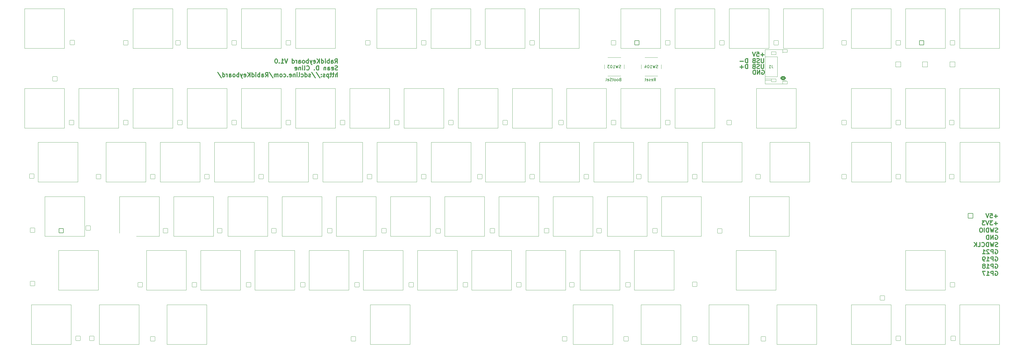
<source format=gbo>
%TF.GenerationSoftware,KiCad,Pcbnew,(6.0.5)*%
%TF.CreationDate,2022-06-03T16:12:07-04:00*%
%TF.ProjectId,Rabid,52616269-642e-46b6-9963-61645f706362,rev?*%
%TF.SameCoordinates,Original*%
%TF.FileFunction,Legend,Bot*%
%TF.FilePolarity,Positive*%
%FSLAX46Y46*%
G04 Gerber Fmt 4.6, Leading zero omitted, Abs format (unit mm)*
G04 Created by KiCad (PCBNEW (6.0.5)) date 2022-06-03 16:12:07*
%MOMM*%
%LPD*%
G01*
G04 APERTURE LIST*
G04 Aperture macros list*
%AMRoundRect*
0 Rectangle with rounded corners*
0 $1 Rounding radius*
0 $2 $3 $4 $5 $6 $7 $8 $9 X,Y pos of 4 corners*
0 Add a 4 corners polygon primitive as box body*
4,1,4,$2,$3,$4,$5,$6,$7,$8,$9,$2,$3,0*
0 Add four circle primitives for the rounded corners*
1,1,$1+$1,$2,$3*
1,1,$1+$1,$4,$5*
1,1,$1+$1,$6,$7*
1,1,$1+$1,$8,$9*
0 Add four rect primitives between the rounded corners*
20,1,$1+$1,$2,$3,$4,$5,0*
20,1,$1+$1,$4,$5,$6,$7,0*
20,1,$1+$1,$6,$7,$8,$9,0*
20,1,$1+$1,$8,$9,$2,$3,0*%
G04 Aperture macros list end*
%ADD10C,0.300000*%
%ADD11C,0.150000*%
%ADD12C,0.120000*%
%ADD13C,1.800000*%
%ADD14C,4.100000*%
%ADD15C,2.300000*%
%ADD16RoundRect,0.050000X0.800000X-0.800000X0.800000X0.800000X-0.800000X0.800000X-0.800000X-0.800000X0*%
%ADD17O,1.700000X1.700000*%
%ADD18C,1.450000*%
%ADD19O,1.450000X1.450000*%
%ADD20C,8.300000*%
%ADD21RoundRect,0.050000X-0.762000X-0.762000X0.762000X-0.762000X0.762000X0.762000X-0.762000X0.762000X0*%
%ADD22C,1.624000*%
%ADD23C,3.150000*%
%ADD24RoundRect,0.050000X-0.900000X0.900000X-0.900000X-0.900000X0.900000X-0.900000X0.900000X0.900000X0*%
%ADD25C,1.900000*%
%ADD26C,1.500000*%
%ADD27O,1.500000X1.500000*%
%ADD28RoundRect,0.050000X0.800000X0.800000X-0.800000X0.800000X-0.800000X-0.800000X0.800000X-0.800000X0*%
%ADD29C,5.100000*%
%ADD30RoundRect,0.050000X-0.850000X-0.850000X0.850000X-0.850000X0.850000X0.850000X-0.850000X0.850000X0*%
%ADD31O,1.800000X1.800000*%
%ADD32C,2.100000*%
%ADD33RoundRect,0.300000X0.625000X-0.350000X0.625000X0.350000X-0.625000X0.350000X-0.625000X-0.350000X0*%
%ADD34O,1.850000X1.300000*%
G04 APERTURE END LIST*
D10*
X381829571Y-168668000D02*
X381972428Y-168596571D01*
X382186714Y-168596571D01*
X382401000Y-168668000D01*
X382543857Y-168810857D01*
X382615286Y-168953714D01*
X382686714Y-169239428D01*
X382686714Y-169453714D01*
X382615286Y-169739428D01*
X382543857Y-169882285D01*
X382401000Y-170025142D01*
X382186714Y-170096571D01*
X382043857Y-170096571D01*
X381829571Y-170025142D01*
X381758143Y-169953714D01*
X381758143Y-169453714D01*
X382043857Y-169453714D01*
X381115286Y-170096571D02*
X381115286Y-168596571D01*
X380543857Y-168596571D01*
X380401000Y-168668000D01*
X380329571Y-168739428D01*
X380258143Y-168882285D01*
X380258143Y-169096571D01*
X380329571Y-169239428D01*
X380401000Y-169310857D01*
X380543857Y-169382285D01*
X381115286Y-169382285D01*
X378829571Y-170096571D02*
X379686714Y-170096571D01*
X379258143Y-170096571D02*
X379258143Y-168596571D01*
X379401000Y-168810857D01*
X379543857Y-168953714D01*
X379686714Y-169025142D01*
X377972428Y-169239428D02*
X378115286Y-169168000D01*
X378186714Y-169096571D01*
X378258143Y-168953714D01*
X378258143Y-168882285D01*
X378186714Y-168739428D01*
X378115286Y-168668000D01*
X377972428Y-168596571D01*
X377686714Y-168596571D01*
X377543857Y-168668000D01*
X377472428Y-168739428D01*
X377401000Y-168882285D01*
X377401000Y-168953714D01*
X377472428Y-169096571D01*
X377543857Y-169168000D01*
X377686714Y-169239428D01*
X377972428Y-169239428D01*
X378115286Y-169310857D01*
X378186714Y-169382285D01*
X378258143Y-169525142D01*
X378258143Y-169810857D01*
X378186714Y-169953714D01*
X378115286Y-170025142D01*
X377972428Y-170096571D01*
X377686714Y-170096571D01*
X377543857Y-170025142D01*
X377472428Y-169953714D01*
X377401000Y-169810857D01*
X377401000Y-169525142D01*
X377472428Y-169382285D01*
X377543857Y-169310857D01*
X377686714Y-169239428D01*
X381829571Y-166128000D02*
X381972428Y-166056571D01*
X382186714Y-166056571D01*
X382401000Y-166128000D01*
X382543857Y-166270857D01*
X382615286Y-166413714D01*
X382686714Y-166699428D01*
X382686714Y-166913714D01*
X382615286Y-167199428D01*
X382543857Y-167342285D01*
X382401000Y-167485142D01*
X382186714Y-167556571D01*
X382043857Y-167556571D01*
X381829571Y-167485142D01*
X381758143Y-167413714D01*
X381758143Y-166913714D01*
X382043857Y-166913714D01*
X381115286Y-167556571D02*
X381115286Y-166056571D01*
X380543857Y-166056571D01*
X380401000Y-166128000D01*
X380329571Y-166199428D01*
X380258143Y-166342285D01*
X380258143Y-166556571D01*
X380329571Y-166699428D01*
X380401000Y-166770857D01*
X380543857Y-166842285D01*
X381115286Y-166842285D01*
X378829571Y-167556571D02*
X379686714Y-167556571D01*
X379258143Y-167556571D02*
X379258143Y-166056571D01*
X379401000Y-166270857D01*
X379543857Y-166413714D01*
X379686714Y-166485142D01*
X378115286Y-167556571D02*
X377829571Y-167556571D01*
X377686714Y-167485142D01*
X377615286Y-167413714D01*
X377472428Y-167199428D01*
X377401000Y-166913714D01*
X377401000Y-166342285D01*
X377472428Y-166199428D01*
X377543857Y-166128000D01*
X377686714Y-166056571D01*
X377972428Y-166056571D01*
X378115286Y-166128000D01*
X378186714Y-166199428D01*
X378258143Y-166342285D01*
X378258143Y-166699428D01*
X378186714Y-166842285D01*
X378115286Y-166913714D01*
X377972428Y-166985142D01*
X377686714Y-166985142D01*
X377543857Y-166913714D01*
X377472428Y-166842285D01*
X377401000Y-166699428D01*
X300573285Y-94849142D02*
X299430428Y-94849142D01*
X300001857Y-95420571D02*
X300001857Y-94277714D01*
X298001857Y-93920571D02*
X298716142Y-93920571D01*
X298787571Y-94634857D01*
X298716142Y-94563428D01*
X298573285Y-94492000D01*
X298216142Y-94492000D01*
X298073285Y-94563428D01*
X298001857Y-94634857D01*
X297930428Y-94777714D01*
X297930428Y-95134857D01*
X298001857Y-95277714D01*
X298073285Y-95349142D01*
X298216142Y-95420571D01*
X298573285Y-95420571D01*
X298716142Y-95349142D01*
X298787571Y-95277714D01*
X297501857Y-93920571D02*
X297001857Y-95420571D01*
X296501857Y-93920571D01*
X381829571Y-163588000D02*
X381972428Y-163516571D01*
X382186714Y-163516571D01*
X382401000Y-163588000D01*
X382543857Y-163730857D01*
X382615286Y-163873714D01*
X382686714Y-164159428D01*
X382686714Y-164373714D01*
X382615286Y-164659428D01*
X382543857Y-164802285D01*
X382401000Y-164945142D01*
X382186714Y-165016571D01*
X382043857Y-165016571D01*
X381829571Y-164945142D01*
X381758143Y-164873714D01*
X381758143Y-164373714D01*
X382043857Y-164373714D01*
X381115286Y-165016571D02*
X381115286Y-163516571D01*
X380543857Y-163516571D01*
X380401000Y-163588000D01*
X380329571Y-163659428D01*
X380258143Y-163802285D01*
X380258143Y-164016571D01*
X380329571Y-164159428D01*
X380401000Y-164230857D01*
X380543857Y-164302285D01*
X381115286Y-164302285D01*
X379686714Y-163659428D02*
X379615286Y-163588000D01*
X379472428Y-163516571D01*
X379115286Y-163516571D01*
X378972428Y-163588000D01*
X378901000Y-163659428D01*
X378829571Y-163802285D01*
X378829571Y-163945142D01*
X378901000Y-164159428D01*
X379758143Y-165016571D01*
X378829571Y-165016571D01*
X377401000Y-165016571D02*
X378258143Y-165016571D01*
X377829571Y-165016571D02*
X377829571Y-163516571D01*
X377972428Y-163730857D01*
X378115286Y-163873714D01*
X378258143Y-163945142D01*
X382615285Y-151745142D02*
X381472428Y-151745142D01*
X382043857Y-152316571D02*
X382043857Y-151173714D01*
X380043857Y-150816571D02*
X380758142Y-150816571D01*
X380829571Y-151530857D01*
X380758142Y-151459428D01*
X380615285Y-151388000D01*
X380258142Y-151388000D01*
X380115285Y-151459428D01*
X380043857Y-151530857D01*
X379972428Y-151673714D01*
X379972428Y-152030857D01*
X380043857Y-152173714D01*
X380115285Y-152245142D01*
X380258142Y-152316571D01*
X380615285Y-152316571D01*
X380758142Y-152245142D01*
X380829571Y-152173714D01*
X379543857Y-150816571D02*
X379043857Y-152316571D01*
X378543857Y-150816571D01*
X381829571Y-158508000D02*
X381972428Y-158436571D01*
X382186714Y-158436571D01*
X382401000Y-158508000D01*
X382543857Y-158650857D01*
X382615285Y-158793714D01*
X382686714Y-159079428D01*
X382686714Y-159293714D01*
X382615285Y-159579428D01*
X382543857Y-159722285D01*
X382401000Y-159865142D01*
X382186714Y-159936571D01*
X382043857Y-159936571D01*
X381829571Y-159865142D01*
X381758142Y-159793714D01*
X381758142Y-159293714D01*
X382043857Y-159293714D01*
X381115285Y-159936571D02*
X381115285Y-158436571D01*
X380258142Y-159936571D01*
X380258142Y-158436571D01*
X379543857Y-159936571D02*
X379543857Y-158436571D01*
X379186714Y-158436571D01*
X378972428Y-158508000D01*
X378829571Y-158650857D01*
X378758142Y-158793714D01*
X378686714Y-159079428D01*
X378686714Y-159293714D01*
X378758142Y-159579428D01*
X378829571Y-159722285D01*
X378972428Y-159865142D01*
X379186714Y-159936571D01*
X379543857Y-159936571D01*
X299787571Y-100342000D02*
X299930428Y-100270571D01*
X300144714Y-100270571D01*
X300359000Y-100342000D01*
X300501857Y-100484857D01*
X300573285Y-100627714D01*
X300644714Y-100913428D01*
X300644714Y-101127714D01*
X300573285Y-101413428D01*
X300501857Y-101556285D01*
X300359000Y-101699142D01*
X300144714Y-101770571D01*
X300001857Y-101770571D01*
X299787571Y-101699142D01*
X299716142Y-101627714D01*
X299716142Y-101127714D01*
X300001857Y-101127714D01*
X299073285Y-101770571D02*
X299073285Y-100270571D01*
X298216142Y-101770571D01*
X298216142Y-100270571D01*
X297501857Y-101770571D02*
X297501857Y-100270571D01*
X297144714Y-100270571D01*
X296930428Y-100342000D01*
X296787571Y-100484857D01*
X296716142Y-100627714D01*
X296644714Y-100913428D01*
X296644714Y-101127714D01*
X296716142Y-101413428D01*
X296787571Y-101556285D01*
X296930428Y-101699142D01*
X297144714Y-101770571D01*
X297501857Y-101770571D01*
X382686714Y-162405142D02*
X382472428Y-162476571D01*
X382115286Y-162476571D01*
X381972428Y-162405142D01*
X381901000Y-162333714D01*
X381829571Y-162190857D01*
X381829571Y-162048000D01*
X381901000Y-161905142D01*
X381972428Y-161833714D01*
X382115286Y-161762285D01*
X382401000Y-161690857D01*
X382543857Y-161619428D01*
X382615286Y-161548000D01*
X382686714Y-161405142D01*
X382686714Y-161262285D01*
X382615286Y-161119428D01*
X382543857Y-161048000D01*
X382401000Y-160976571D01*
X382043857Y-160976571D01*
X381829571Y-161048000D01*
X381329571Y-160976571D02*
X380972428Y-162476571D01*
X380686714Y-161405142D01*
X380401000Y-162476571D01*
X380043857Y-160976571D01*
X379472428Y-162476571D02*
X379472428Y-160976571D01*
X379115286Y-160976571D01*
X378901000Y-161048000D01*
X378758143Y-161190857D01*
X378686714Y-161333714D01*
X378615286Y-161619428D01*
X378615286Y-161833714D01*
X378686714Y-162119428D01*
X378758143Y-162262285D01*
X378901000Y-162405142D01*
X379115286Y-162476571D01*
X379472428Y-162476571D01*
X377115286Y-162333714D02*
X377186714Y-162405142D01*
X377401000Y-162476571D01*
X377543857Y-162476571D01*
X377758143Y-162405142D01*
X377901000Y-162262285D01*
X377972428Y-162119428D01*
X378043857Y-161833714D01*
X378043857Y-161619428D01*
X377972428Y-161333714D01*
X377901000Y-161190857D01*
X377758143Y-161048000D01*
X377543857Y-160976571D01*
X377401000Y-160976571D01*
X377186714Y-161048000D01*
X377115286Y-161119428D01*
X375758143Y-162476571D02*
X376472428Y-162476571D01*
X376472428Y-160976571D01*
X375258143Y-162476571D02*
X375258143Y-160976571D01*
X374401000Y-162476571D02*
X375043857Y-161619428D01*
X374401000Y-160976571D02*
X375258143Y-161833714D01*
D11*
X261842095Y-104084380D02*
X262175428Y-103608190D01*
X262413523Y-104084380D02*
X262413523Y-103084380D01*
X262032571Y-103084380D01*
X261937333Y-103132000D01*
X261889714Y-103179619D01*
X261842095Y-103274857D01*
X261842095Y-103417714D01*
X261889714Y-103512952D01*
X261937333Y-103560571D01*
X262032571Y-103608190D01*
X262413523Y-103608190D01*
X261032571Y-104036761D02*
X261127809Y-104084380D01*
X261318285Y-104084380D01*
X261413523Y-104036761D01*
X261461142Y-103941523D01*
X261461142Y-103560571D01*
X261413523Y-103465333D01*
X261318285Y-103417714D01*
X261127809Y-103417714D01*
X261032571Y-103465333D01*
X260984952Y-103560571D01*
X260984952Y-103655809D01*
X261461142Y-103751047D01*
X260604000Y-104036761D02*
X260508761Y-104084380D01*
X260318285Y-104084380D01*
X260223047Y-104036761D01*
X260175428Y-103941523D01*
X260175428Y-103893904D01*
X260223047Y-103798666D01*
X260318285Y-103751047D01*
X260461142Y-103751047D01*
X260556380Y-103703428D01*
X260604000Y-103608190D01*
X260604000Y-103560571D01*
X260556380Y-103465333D01*
X260461142Y-103417714D01*
X260318285Y-103417714D01*
X260223047Y-103465333D01*
X259365904Y-104036761D02*
X259461142Y-104084380D01*
X259651619Y-104084380D01*
X259746857Y-104036761D01*
X259794476Y-103941523D01*
X259794476Y-103560571D01*
X259746857Y-103465333D01*
X259651619Y-103417714D01*
X259461142Y-103417714D01*
X259365904Y-103465333D01*
X259318285Y-103560571D01*
X259318285Y-103655809D01*
X259794476Y-103751047D01*
X259032571Y-103417714D02*
X258651619Y-103417714D01*
X258889714Y-103084380D02*
X258889714Y-103941523D01*
X258842095Y-104036761D01*
X258746857Y-104084380D01*
X258651619Y-104084380D01*
D10*
X149720714Y-97831571D02*
X150220714Y-97117285D01*
X150577857Y-97831571D02*
X150577857Y-96331571D01*
X150006428Y-96331571D01*
X149863571Y-96403000D01*
X149792142Y-96474428D01*
X149720714Y-96617285D01*
X149720714Y-96831571D01*
X149792142Y-96974428D01*
X149863571Y-97045857D01*
X150006428Y-97117285D01*
X150577857Y-97117285D01*
X148435000Y-97831571D02*
X148435000Y-97045857D01*
X148506428Y-96903000D01*
X148649285Y-96831571D01*
X148935000Y-96831571D01*
X149077857Y-96903000D01*
X148435000Y-97760142D02*
X148577857Y-97831571D01*
X148935000Y-97831571D01*
X149077857Y-97760142D01*
X149149285Y-97617285D01*
X149149285Y-97474428D01*
X149077857Y-97331571D01*
X148935000Y-97260142D01*
X148577857Y-97260142D01*
X148435000Y-97188714D01*
X147720714Y-97831571D02*
X147720714Y-96331571D01*
X147720714Y-96903000D02*
X147577857Y-96831571D01*
X147292142Y-96831571D01*
X147149285Y-96903000D01*
X147077857Y-96974428D01*
X147006428Y-97117285D01*
X147006428Y-97545857D01*
X147077857Y-97688714D01*
X147149285Y-97760142D01*
X147292142Y-97831571D01*
X147577857Y-97831571D01*
X147720714Y-97760142D01*
X146363571Y-97831571D02*
X146363571Y-96831571D01*
X146363571Y-96331571D02*
X146435000Y-96403000D01*
X146363571Y-96474428D01*
X146292142Y-96403000D01*
X146363571Y-96331571D01*
X146363571Y-96474428D01*
X145006428Y-97831571D02*
X145006428Y-96331571D01*
X145006428Y-97760142D02*
X145149285Y-97831571D01*
X145435000Y-97831571D01*
X145577857Y-97760142D01*
X145649285Y-97688714D01*
X145720714Y-97545857D01*
X145720714Y-97117285D01*
X145649285Y-96974428D01*
X145577857Y-96903000D01*
X145435000Y-96831571D01*
X145149285Y-96831571D01*
X145006428Y-96903000D01*
X144292142Y-97831571D02*
X144292142Y-96331571D01*
X143435000Y-97831571D02*
X144077857Y-96974428D01*
X143435000Y-96331571D02*
X144292142Y-97188714D01*
X142220714Y-97760142D02*
X142363571Y-97831571D01*
X142649285Y-97831571D01*
X142792142Y-97760142D01*
X142863571Y-97617285D01*
X142863571Y-97045857D01*
X142792142Y-96903000D01*
X142649285Y-96831571D01*
X142363571Y-96831571D01*
X142220714Y-96903000D01*
X142149285Y-97045857D01*
X142149285Y-97188714D01*
X142863571Y-97331571D01*
X141649285Y-96831571D02*
X141292142Y-97831571D01*
X140935000Y-96831571D02*
X141292142Y-97831571D01*
X141435000Y-98188714D01*
X141506428Y-98260142D01*
X141649285Y-98331571D01*
X140363571Y-97831571D02*
X140363571Y-96331571D01*
X140363571Y-96903000D02*
X140220714Y-96831571D01*
X139935000Y-96831571D01*
X139792142Y-96903000D01*
X139720714Y-96974428D01*
X139649285Y-97117285D01*
X139649285Y-97545857D01*
X139720714Y-97688714D01*
X139792142Y-97760142D01*
X139935000Y-97831571D01*
X140220714Y-97831571D01*
X140363571Y-97760142D01*
X138792142Y-97831571D02*
X138935000Y-97760142D01*
X139006428Y-97688714D01*
X139077857Y-97545857D01*
X139077857Y-97117285D01*
X139006428Y-96974428D01*
X138935000Y-96903000D01*
X138792142Y-96831571D01*
X138577857Y-96831571D01*
X138435000Y-96903000D01*
X138363571Y-96974428D01*
X138292142Y-97117285D01*
X138292142Y-97545857D01*
X138363571Y-97688714D01*
X138435000Y-97760142D01*
X138577857Y-97831571D01*
X138792142Y-97831571D01*
X137006428Y-97831571D02*
X137006428Y-97045857D01*
X137077857Y-96903000D01*
X137220714Y-96831571D01*
X137506428Y-96831571D01*
X137649285Y-96903000D01*
X137006428Y-97760142D02*
X137149285Y-97831571D01*
X137506428Y-97831571D01*
X137649285Y-97760142D01*
X137720714Y-97617285D01*
X137720714Y-97474428D01*
X137649285Y-97331571D01*
X137506428Y-97260142D01*
X137149285Y-97260142D01*
X137006428Y-97188714D01*
X136292142Y-97831571D02*
X136292142Y-96831571D01*
X136292142Y-97117285D02*
X136220714Y-96974428D01*
X136149285Y-96903000D01*
X136006428Y-96831571D01*
X135863571Y-96831571D01*
X134720714Y-97831571D02*
X134720714Y-96331571D01*
X134720714Y-97760142D02*
X134863571Y-97831571D01*
X135149285Y-97831571D01*
X135292142Y-97760142D01*
X135363571Y-97688714D01*
X135435000Y-97545857D01*
X135435000Y-97117285D01*
X135363571Y-96974428D01*
X135292142Y-96903000D01*
X135149285Y-96831571D01*
X134863571Y-96831571D01*
X134720714Y-96903000D01*
X133077857Y-96331571D02*
X132577857Y-97831571D01*
X132077857Y-96331571D01*
X130792142Y-97831571D02*
X131649285Y-97831571D01*
X131220714Y-97831571D02*
X131220714Y-96331571D01*
X131363571Y-96545857D01*
X131506428Y-96688714D01*
X131649285Y-96760142D01*
X130149285Y-97688714D02*
X130077857Y-97760142D01*
X130149285Y-97831571D01*
X130220714Y-97760142D01*
X130149285Y-97688714D01*
X130149285Y-97831571D01*
X129149285Y-96331571D02*
X129006428Y-96331571D01*
X128863571Y-96403000D01*
X128792142Y-96474428D01*
X128720714Y-96617285D01*
X128649285Y-96903000D01*
X128649285Y-97260142D01*
X128720714Y-97545857D01*
X128792142Y-97688714D01*
X128863571Y-97760142D01*
X129006428Y-97831571D01*
X129149285Y-97831571D01*
X129292142Y-97760142D01*
X129363571Y-97688714D01*
X129435000Y-97545857D01*
X129506428Y-97260142D01*
X129506428Y-96903000D01*
X129435000Y-96617285D01*
X129363571Y-96474428D01*
X129292142Y-96403000D01*
X129149285Y-96331571D01*
X150649285Y-100175142D02*
X150435000Y-100246571D01*
X150077857Y-100246571D01*
X149935000Y-100175142D01*
X149863571Y-100103714D01*
X149792142Y-99960857D01*
X149792142Y-99818000D01*
X149863571Y-99675142D01*
X149935000Y-99603714D01*
X150077857Y-99532285D01*
X150363571Y-99460857D01*
X150506428Y-99389428D01*
X150577857Y-99318000D01*
X150649285Y-99175142D01*
X150649285Y-99032285D01*
X150577857Y-98889428D01*
X150506428Y-98818000D01*
X150363571Y-98746571D01*
X150006428Y-98746571D01*
X149792142Y-98818000D01*
X148577857Y-100175142D02*
X148720714Y-100246571D01*
X149006428Y-100246571D01*
X149149285Y-100175142D01*
X149220714Y-100032285D01*
X149220714Y-99460857D01*
X149149285Y-99318000D01*
X149006428Y-99246571D01*
X148720714Y-99246571D01*
X148577857Y-99318000D01*
X148506428Y-99460857D01*
X148506428Y-99603714D01*
X149220714Y-99746571D01*
X147220714Y-100246571D02*
X147220714Y-99460857D01*
X147292142Y-99318000D01*
X147435000Y-99246571D01*
X147720714Y-99246571D01*
X147863571Y-99318000D01*
X147220714Y-100175142D02*
X147363571Y-100246571D01*
X147720714Y-100246571D01*
X147863571Y-100175142D01*
X147935000Y-100032285D01*
X147935000Y-99889428D01*
X147863571Y-99746571D01*
X147720714Y-99675142D01*
X147363571Y-99675142D01*
X147220714Y-99603714D01*
X146506428Y-99246571D02*
X146506428Y-100246571D01*
X146506428Y-99389428D02*
X146435000Y-99318000D01*
X146292142Y-99246571D01*
X146077857Y-99246571D01*
X145935000Y-99318000D01*
X145863571Y-99460857D01*
X145863571Y-100246571D01*
X144006428Y-100246571D02*
X144006428Y-98746571D01*
X143649285Y-98746571D01*
X143435000Y-98818000D01*
X143292142Y-98960857D01*
X143220714Y-99103714D01*
X143149285Y-99389428D01*
X143149285Y-99603714D01*
X143220714Y-99889428D01*
X143292142Y-100032285D01*
X143435000Y-100175142D01*
X143649285Y-100246571D01*
X144006428Y-100246571D01*
X142506428Y-100103714D02*
X142435000Y-100175142D01*
X142506428Y-100246571D01*
X142577857Y-100175142D01*
X142506428Y-100103714D01*
X142506428Y-100246571D01*
X139792142Y-100103714D02*
X139863571Y-100175142D01*
X140077857Y-100246571D01*
X140220714Y-100246571D01*
X140435000Y-100175142D01*
X140577857Y-100032285D01*
X140649285Y-99889428D01*
X140720714Y-99603714D01*
X140720714Y-99389428D01*
X140649285Y-99103714D01*
X140577857Y-98960857D01*
X140435000Y-98818000D01*
X140220714Y-98746571D01*
X140077857Y-98746571D01*
X139863571Y-98818000D01*
X139792142Y-98889428D01*
X138935000Y-100246571D02*
X139077857Y-100175142D01*
X139149285Y-100032285D01*
X139149285Y-98746571D01*
X138363571Y-100246571D02*
X138363571Y-99246571D01*
X138363571Y-98746571D02*
X138435000Y-98818000D01*
X138363571Y-98889428D01*
X138292142Y-98818000D01*
X138363571Y-98746571D01*
X138363571Y-98889428D01*
X137649285Y-99246571D02*
X137649285Y-100246571D01*
X137649285Y-99389428D02*
X137577857Y-99318000D01*
X137435000Y-99246571D01*
X137220714Y-99246571D01*
X137077857Y-99318000D01*
X137006428Y-99460857D01*
X137006428Y-100246571D01*
X135720714Y-100175142D02*
X135863571Y-100246571D01*
X136149285Y-100246571D01*
X136292142Y-100175142D01*
X136363571Y-100032285D01*
X136363571Y-99460857D01*
X136292142Y-99318000D01*
X136149285Y-99246571D01*
X135863571Y-99246571D01*
X135720714Y-99318000D01*
X135649285Y-99460857D01*
X135649285Y-99603714D01*
X136363571Y-99746571D01*
X150577857Y-102661571D02*
X150577857Y-101161571D01*
X149935000Y-102661571D02*
X149935000Y-101875857D01*
X150006428Y-101733000D01*
X150149285Y-101661571D01*
X150363571Y-101661571D01*
X150506428Y-101733000D01*
X150577857Y-101804428D01*
X149435000Y-101661571D02*
X148863571Y-101661571D01*
X149220714Y-101161571D02*
X149220714Y-102447285D01*
X149149285Y-102590142D01*
X149006428Y-102661571D01*
X148863571Y-102661571D01*
X148577857Y-101661571D02*
X148006428Y-101661571D01*
X148363571Y-101161571D02*
X148363571Y-102447285D01*
X148292142Y-102590142D01*
X148149285Y-102661571D01*
X148006428Y-102661571D01*
X147506428Y-101661571D02*
X147506428Y-103161571D01*
X147506428Y-101733000D02*
X147363571Y-101661571D01*
X147077857Y-101661571D01*
X146935000Y-101733000D01*
X146863571Y-101804428D01*
X146792142Y-101947285D01*
X146792142Y-102375857D01*
X146863571Y-102518714D01*
X146935000Y-102590142D01*
X147077857Y-102661571D01*
X147363571Y-102661571D01*
X147506428Y-102590142D01*
X146220714Y-102590142D02*
X146077857Y-102661571D01*
X145792142Y-102661571D01*
X145649285Y-102590142D01*
X145577857Y-102447285D01*
X145577857Y-102375857D01*
X145649285Y-102233000D01*
X145792142Y-102161571D01*
X146006428Y-102161571D01*
X146149285Y-102090142D01*
X146220714Y-101947285D01*
X146220714Y-101875857D01*
X146149285Y-101733000D01*
X146006428Y-101661571D01*
X145792142Y-101661571D01*
X145649285Y-101733000D01*
X144935000Y-102518714D02*
X144863571Y-102590142D01*
X144935000Y-102661571D01*
X145006428Y-102590142D01*
X144935000Y-102518714D01*
X144935000Y-102661571D01*
X144935000Y-101733000D02*
X144863571Y-101804428D01*
X144935000Y-101875857D01*
X145006428Y-101804428D01*
X144935000Y-101733000D01*
X144935000Y-101875857D01*
X143149285Y-101090142D02*
X144435000Y-103018714D01*
X141577857Y-101090142D02*
X142863571Y-103018714D01*
X141149285Y-102590142D02*
X141006428Y-102661571D01*
X140720714Y-102661571D01*
X140577857Y-102590142D01*
X140506428Y-102447285D01*
X140506428Y-102375857D01*
X140577857Y-102233000D01*
X140720714Y-102161571D01*
X140935000Y-102161571D01*
X141077857Y-102090142D01*
X141149285Y-101947285D01*
X141149285Y-101875857D01*
X141077857Y-101733000D01*
X140935000Y-101661571D01*
X140720714Y-101661571D01*
X140577857Y-101733000D01*
X139220714Y-102661571D02*
X139220714Y-101161571D01*
X139220714Y-102590142D02*
X139363571Y-102661571D01*
X139649285Y-102661571D01*
X139792142Y-102590142D01*
X139863571Y-102518714D01*
X139935000Y-102375857D01*
X139935000Y-101947285D01*
X139863571Y-101804428D01*
X139792142Y-101733000D01*
X139649285Y-101661571D01*
X139363571Y-101661571D01*
X139220714Y-101733000D01*
X137863571Y-102590142D02*
X138006428Y-102661571D01*
X138292142Y-102661571D01*
X138435000Y-102590142D01*
X138506428Y-102518714D01*
X138577857Y-102375857D01*
X138577857Y-101947285D01*
X138506428Y-101804428D01*
X138435000Y-101733000D01*
X138292142Y-101661571D01*
X138006428Y-101661571D01*
X137863571Y-101733000D01*
X137006428Y-102661571D02*
X137149285Y-102590142D01*
X137220714Y-102447285D01*
X137220714Y-101161571D01*
X136435000Y-102661571D02*
X136435000Y-101661571D01*
X136435000Y-101161571D02*
X136506428Y-101233000D01*
X136435000Y-101304428D01*
X136363571Y-101233000D01*
X136435000Y-101161571D01*
X136435000Y-101304428D01*
X135720714Y-101661571D02*
X135720714Y-102661571D01*
X135720714Y-101804428D02*
X135649285Y-101733000D01*
X135506428Y-101661571D01*
X135292142Y-101661571D01*
X135149285Y-101733000D01*
X135077857Y-101875857D01*
X135077857Y-102661571D01*
X133792142Y-102590142D02*
X133934999Y-102661571D01*
X134220714Y-102661571D01*
X134363571Y-102590142D01*
X134435000Y-102447285D01*
X134435000Y-101875857D01*
X134363571Y-101733000D01*
X134220714Y-101661571D01*
X133934999Y-101661571D01*
X133792142Y-101733000D01*
X133720714Y-101875857D01*
X133720714Y-102018714D01*
X134435000Y-102161571D01*
X133077857Y-102518714D02*
X133006428Y-102590142D01*
X133077857Y-102661571D01*
X133149285Y-102590142D01*
X133077857Y-102518714D01*
X133077857Y-102661571D01*
X131720714Y-102590142D02*
X131863571Y-102661571D01*
X132149285Y-102661571D01*
X132292142Y-102590142D01*
X132363571Y-102518714D01*
X132434999Y-102375857D01*
X132434999Y-101947285D01*
X132363571Y-101804428D01*
X132292142Y-101733000D01*
X132149285Y-101661571D01*
X131863571Y-101661571D01*
X131720714Y-101733000D01*
X130863571Y-102661571D02*
X131006428Y-102590142D01*
X131077857Y-102518714D01*
X131149285Y-102375857D01*
X131149285Y-101947285D01*
X131077857Y-101804428D01*
X131006428Y-101733000D01*
X130863571Y-101661571D01*
X130649285Y-101661571D01*
X130506428Y-101733000D01*
X130434999Y-101804428D01*
X130363571Y-101947285D01*
X130363571Y-102375857D01*
X130434999Y-102518714D01*
X130506428Y-102590142D01*
X130649285Y-102661571D01*
X130863571Y-102661571D01*
X129720714Y-102661571D02*
X129720714Y-101661571D01*
X129720714Y-101804428D02*
X129649285Y-101733000D01*
X129506428Y-101661571D01*
X129292142Y-101661571D01*
X129149285Y-101733000D01*
X129077857Y-101875857D01*
X129077857Y-102661571D01*
X129077857Y-101875857D02*
X129006428Y-101733000D01*
X128863571Y-101661571D01*
X128649285Y-101661571D01*
X128506428Y-101733000D01*
X128434999Y-101875857D01*
X128434999Y-102661571D01*
X126649285Y-101090142D02*
X127934999Y-103018714D01*
X125292142Y-102661571D02*
X125792142Y-101947285D01*
X126149285Y-102661571D02*
X126149285Y-101161571D01*
X125577857Y-101161571D01*
X125434999Y-101233000D01*
X125363571Y-101304428D01*
X125292142Y-101447285D01*
X125292142Y-101661571D01*
X125363571Y-101804428D01*
X125434999Y-101875857D01*
X125577857Y-101947285D01*
X126149285Y-101947285D01*
X124006428Y-102661571D02*
X124006428Y-101875857D01*
X124077857Y-101733000D01*
X124220714Y-101661571D01*
X124506428Y-101661571D01*
X124649285Y-101733000D01*
X124006428Y-102590142D02*
X124149285Y-102661571D01*
X124506428Y-102661571D01*
X124649285Y-102590142D01*
X124720714Y-102447285D01*
X124720714Y-102304428D01*
X124649285Y-102161571D01*
X124506428Y-102090142D01*
X124149285Y-102090142D01*
X124006428Y-102018714D01*
X123292142Y-102661571D02*
X123292142Y-101161571D01*
X123292142Y-101733000D02*
X123149285Y-101661571D01*
X122863571Y-101661571D01*
X122720714Y-101733000D01*
X122649285Y-101804428D01*
X122577857Y-101947285D01*
X122577857Y-102375857D01*
X122649285Y-102518714D01*
X122720714Y-102590142D01*
X122863571Y-102661571D01*
X123149285Y-102661571D01*
X123292142Y-102590142D01*
X121934999Y-102661571D02*
X121934999Y-101661571D01*
X121934999Y-101161571D02*
X122006428Y-101233000D01*
X121934999Y-101304428D01*
X121863571Y-101233000D01*
X121934999Y-101161571D01*
X121934999Y-101304428D01*
X120577857Y-102661571D02*
X120577857Y-101161571D01*
X120577857Y-102590142D02*
X120720714Y-102661571D01*
X121006428Y-102661571D01*
X121149285Y-102590142D01*
X121220714Y-102518714D01*
X121292142Y-102375857D01*
X121292142Y-101947285D01*
X121220714Y-101804428D01*
X121149285Y-101733000D01*
X121006428Y-101661571D01*
X120720714Y-101661571D01*
X120577857Y-101733000D01*
X119863571Y-102661571D02*
X119863571Y-101161571D01*
X119006428Y-102661571D02*
X119649285Y-101804428D01*
X119006428Y-101161571D02*
X119863571Y-102018714D01*
X117792142Y-102590142D02*
X117934999Y-102661571D01*
X118220714Y-102661571D01*
X118363571Y-102590142D01*
X118434999Y-102447285D01*
X118434999Y-101875857D01*
X118363571Y-101733000D01*
X118220714Y-101661571D01*
X117934999Y-101661571D01*
X117792142Y-101733000D01*
X117720714Y-101875857D01*
X117720714Y-102018714D01*
X118434999Y-102161571D01*
X117220714Y-101661571D02*
X116863571Y-102661571D01*
X116506428Y-101661571D02*
X116863571Y-102661571D01*
X117006428Y-103018714D01*
X117077857Y-103090142D01*
X117220714Y-103161571D01*
X115934999Y-102661571D02*
X115934999Y-101161571D01*
X115934999Y-101733000D02*
X115792142Y-101661571D01*
X115506428Y-101661571D01*
X115363571Y-101733000D01*
X115292142Y-101804428D01*
X115220714Y-101947285D01*
X115220714Y-102375857D01*
X115292142Y-102518714D01*
X115363571Y-102590142D01*
X115506428Y-102661571D01*
X115792142Y-102661571D01*
X115934999Y-102590142D01*
X114363571Y-102661571D02*
X114506428Y-102590142D01*
X114577857Y-102518714D01*
X114649285Y-102375857D01*
X114649285Y-101947285D01*
X114577857Y-101804428D01*
X114506428Y-101733000D01*
X114363571Y-101661571D01*
X114149285Y-101661571D01*
X114006428Y-101733000D01*
X113934999Y-101804428D01*
X113863571Y-101947285D01*
X113863571Y-102375857D01*
X113934999Y-102518714D01*
X114006428Y-102590142D01*
X114149285Y-102661571D01*
X114363571Y-102661571D01*
X112577857Y-102661571D02*
X112577857Y-101875857D01*
X112649285Y-101733000D01*
X112792142Y-101661571D01*
X113077857Y-101661571D01*
X113220714Y-101733000D01*
X112577857Y-102590142D02*
X112720714Y-102661571D01*
X113077857Y-102661571D01*
X113220714Y-102590142D01*
X113292142Y-102447285D01*
X113292142Y-102304428D01*
X113220714Y-102161571D01*
X113077857Y-102090142D01*
X112720714Y-102090142D01*
X112577857Y-102018714D01*
X111863571Y-102661571D02*
X111863571Y-101661571D01*
X111863571Y-101947285D02*
X111792142Y-101804428D01*
X111720714Y-101733000D01*
X111577857Y-101661571D01*
X111434999Y-101661571D01*
X110292142Y-102661571D02*
X110292142Y-101161571D01*
X110292142Y-102590142D02*
X110434999Y-102661571D01*
X110720714Y-102661571D01*
X110863571Y-102590142D01*
X110934999Y-102518714D01*
X111006428Y-102375857D01*
X111006428Y-101947285D01*
X110934999Y-101804428D01*
X110863571Y-101733000D01*
X110720714Y-101661571D01*
X110434999Y-101661571D01*
X110292142Y-101733000D01*
X108506428Y-101090142D02*
X109792142Y-103018714D01*
X300429857Y-96206571D02*
X300429857Y-97420857D01*
X300358428Y-97563714D01*
X300287000Y-97635142D01*
X300144142Y-97706571D01*
X299858428Y-97706571D01*
X299715571Y-97635142D01*
X299644142Y-97563714D01*
X299572714Y-97420857D01*
X299572714Y-96206571D01*
X298929857Y-97635142D02*
X298715571Y-97706571D01*
X298358428Y-97706571D01*
X298215571Y-97635142D01*
X298144142Y-97563714D01*
X298072714Y-97420857D01*
X298072714Y-97278000D01*
X298144142Y-97135142D01*
X298215571Y-97063714D01*
X298358428Y-96992285D01*
X298644142Y-96920857D01*
X298787000Y-96849428D01*
X298858428Y-96778000D01*
X298929857Y-96635142D01*
X298929857Y-96492285D01*
X298858428Y-96349428D01*
X298787000Y-96278000D01*
X298644142Y-96206571D01*
X298287000Y-96206571D01*
X298072714Y-96278000D01*
X296929857Y-96920857D02*
X296715571Y-96992285D01*
X296644142Y-97063714D01*
X296572714Y-97206571D01*
X296572714Y-97420857D01*
X296644142Y-97563714D01*
X296715571Y-97635142D01*
X296858428Y-97706571D01*
X297429857Y-97706571D01*
X297429857Y-96206571D01*
X296929857Y-96206571D01*
X296787000Y-96278000D01*
X296715571Y-96349428D01*
X296644142Y-96492285D01*
X296644142Y-96635142D01*
X296715571Y-96778000D01*
X296787000Y-96849428D01*
X296929857Y-96920857D01*
X297429857Y-96920857D01*
X294787000Y-97706571D02*
X294787000Y-96206571D01*
X294429857Y-96206571D01*
X294215571Y-96278000D01*
X294072714Y-96420857D01*
X294001285Y-96563714D01*
X293929857Y-96849428D01*
X293929857Y-97063714D01*
X294001285Y-97349428D01*
X294072714Y-97492285D01*
X294215571Y-97635142D01*
X294429857Y-97706571D01*
X294787000Y-97706571D01*
X293287000Y-97135142D02*
X292144142Y-97135142D01*
X382615286Y-154285142D02*
X381472429Y-154285142D01*
X382043857Y-154856571D02*
X382043857Y-153713714D01*
X380901000Y-153356571D02*
X379972429Y-153356571D01*
X380472429Y-153928000D01*
X380258143Y-153928000D01*
X380115286Y-153999428D01*
X380043857Y-154070857D01*
X379972429Y-154213714D01*
X379972429Y-154570857D01*
X380043857Y-154713714D01*
X380115286Y-154785142D01*
X380258143Y-154856571D01*
X380686714Y-154856571D01*
X380829571Y-154785142D01*
X380901000Y-154713714D01*
X379543857Y-153356571D02*
X379043857Y-154856571D01*
X378543857Y-153356571D01*
X378186714Y-153356571D02*
X377258143Y-153356571D01*
X377758143Y-153928000D01*
X377543857Y-153928000D01*
X377401000Y-153999428D01*
X377329571Y-154070857D01*
X377258143Y-154213714D01*
X377258143Y-154570857D01*
X377329571Y-154713714D01*
X377401000Y-154785142D01*
X377543857Y-154856571D01*
X377972429Y-154856571D01*
X378115286Y-154785142D01*
X378186714Y-154713714D01*
X300429857Y-98238571D02*
X300429857Y-99452857D01*
X300358428Y-99595714D01*
X300287000Y-99667142D01*
X300144142Y-99738571D01*
X299858428Y-99738571D01*
X299715571Y-99667142D01*
X299644142Y-99595714D01*
X299572714Y-99452857D01*
X299572714Y-98238571D01*
X298929857Y-99667142D02*
X298715571Y-99738571D01*
X298358428Y-99738571D01*
X298215571Y-99667142D01*
X298144142Y-99595714D01*
X298072714Y-99452857D01*
X298072714Y-99310000D01*
X298144142Y-99167142D01*
X298215571Y-99095714D01*
X298358428Y-99024285D01*
X298644142Y-98952857D01*
X298787000Y-98881428D01*
X298858428Y-98810000D01*
X298929857Y-98667142D01*
X298929857Y-98524285D01*
X298858428Y-98381428D01*
X298787000Y-98310000D01*
X298644142Y-98238571D01*
X298287000Y-98238571D01*
X298072714Y-98310000D01*
X296929857Y-98952857D02*
X296715571Y-99024285D01*
X296644142Y-99095714D01*
X296572714Y-99238571D01*
X296572714Y-99452857D01*
X296644142Y-99595714D01*
X296715571Y-99667142D01*
X296858428Y-99738571D01*
X297429857Y-99738571D01*
X297429857Y-98238571D01*
X296929857Y-98238571D01*
X296787000Y-98310000D01*
X296715571Y-98381428D01*
X296644142Y-98524285D01*
X296644142Y-98667142D01*
X296715571Y-98810000D01*
X296787000Y-98881428D01*
X296929857Y-98952857D01*
X297429857Y-98952857D01*
X294787000Y-99738571D02*
X294787000Y-98238571D01*
X294429857Y-98238571D01*
X294215571Y-98310000D01*
X294072714Y-98452857D01*
X294001285Y-98595714D01*
X293929857Y-98881428D01*
X293929857Y-99095714D01*
X294001285Y-99381428D01*
X294072714Y-99524285D01*
X294215571Y-99667142D01*
X294429857Y-99738571D01*
X294787000Y-99738571D01*
X293287000Y-99167142D02*
X292144142Y-99167142D01*
X292715571Y-99738571D02*
X292715571Y-98595714D01*
X381829571Y-171208000D02*
X381972428Y-171136571D01*
X382186714Y-171136571D01*
X382401000Y-171208000D01*
X382543857Y-171350857D01*
X382615286Y-171493714D01*
X382686714Y-171779428D01*
X382686714Y-171993714D01*
X382615286Y-172279428D01*
X382543857Y-172422285D01*
X382401000Y-172565142D01*
X382186714Y-172636571D01*
X382043857Y-172636571D01*
X381829571Y-172565142D01*
X381758143Y-172493714D01*
X381758143Y-171993714D01*
X382043857Y-171993714D01*
X381115286Y-172636571D02*
X381115286Y-171136571D01*
X380543857Y-171136571D01*
X380401000Y-171208000D01*
X380329571Y-171279428D01*
X380258143Y-171422285D01*
X380258143Y-171636571D01*
X380329571Y-171779428D01*
X380401000Y-171850857D01*
X380543857Y-171922285D01*
X381115286Y-171922285D01*
X378829571Y-172636571D02*
X379686714Y-172636571D01*
X379258143Y-172636571D02*
X379258143Y-171136571D01*
X379401000Y-171350857D01*
X379543857Y-171493714D01*
X379686714Y-171565142D01*
X378329571Y-171136571D02*
X377329571Y-171136571D01*
X377972428Y-172636571D01*
D11*
X249935714Y-103560571D02*
X249792857Y-103608190D01*
X249745238Y-103655809D01*
X249697619Y-103751047D01*
X249697619Y-103893904D01*
X249745238Y-103989142D01*
X249792857Y-104036761D01*
X249888095Y-104084380D01*
X250269047Y-104084380D01*
X250269047Y-103084380D01*
X249935714Y-103084380D01*
X249840476Y-103132000D01*
X249792857Y-103179619D01*
X249745238Y-103274857D01*
X249745238Y-103370095D01*
X249792857Y-103465333D01*
X249840476Y-103512952D01*
X249935714Y-103560571D01*
X250269047Y-103560571D01*
X249126190Y-104084380D02*
X249221428Y-104036761D01*
X249269047Y-103989142D01*
X249316666Y-103893904D01*
X249316666Y-103608190D01*
X249269047Y-103512952D01*
X249221428Y-103465333D01*
X249126190Y-103417714D01*
X248983333Y-103417714D01*
X248888095Y-103465333D01*
X248840476Y-103512952D01*
X248792857Y-103608190D01*
X248792857Y-103893904D01*
X248840476Y-103989142D01*
X248888095Y-104036761D01*
X248983333Y-104084380D01*
X249126190Y-104084380D01*
X248221428Y-104084380D02*
X248316666Y-104036761D01*
X248364285Y-103989142D01*
X248411904Y-103893904D01*
X248411904Y-103608190D01*
X248364285Y-103512952D01*
X248316666Y-103465333D01*
X248221428Y-103417714D01*
X248078571Y-103417714D01*
X247983333Y-103465333D01*
X247935714Y-103512952D01*
X247888095Y-103608190D01*
X247888095Y-103893904D01*
X247935714Y-103989142D01*
X247983333Y-104036761D01*
X248078571Y-104084380D01*
X248221428Y-104084380D01*
X247602380Y-103417714D02*
X247221428Y-103417714D01*
X247459523Y-103084380D02*
X247459523Y-103941523D01*
X247411904Y-104036761D01*
X247316666Y-104084380D01*
X247221428Y-104084380D01*
X246935714Y-104036761D02*
X246792857Y-104084380D01*
X246554761Y-104084380D01*
X246459523Y-104036761D01*
X246411904Y-103989142D01*
X246364285Y-103893904D01*
X246364285Y-103798666D01*
X246411904Y-103703428D01*
X246459523Y-103655809D01*
X246554761Y-103608190D01*
X246745238Y-103560571D01*
X246840476Y-103512952D01*
X246888095Y-103465333D01*
X246935714Y-103370095D01*
X246935714Y-103274857D01*
X246888095Y-103179619D01*
X246840476Y-103132000D01*
X246745238Y-103084380D01*
X246507142Y-103084380D01*
X246364285Y-103132000D01*
X245554761Y-104036761D02*
X245650000Y-104084380D01*
X245840476Y-104084380D01*
X245935714Y-104036761D01*
X245983333Y-103941523D01*
X245983333Y-103560571D01*
X245935714Y-103465333D01*
X245840476Y-103417714D01*
X245650000Y-103417714D01*
X245554761Y-103465333D01*
X245507142Y-103560571D01*
X245507142Y-103655809D01*
X245983333Y-103751047D01*
X244935714Y-104084380D02*
X245030952Y-104036761D01*
X245078571Y-103941523D01*
X245078571Y-103084380D01*
D10*
X382686715Y-157325142D02*
X382472429Y-157396571D01*
X382115286Y-157396571D01*
X381972429Y-157325142D01*
X381901000Y-157253714D01*
X381829572Y-157110857D01*
X381829572Y-156968000D01*
X381901000Y-156825142D01*
X381972429Y-156753714D01*
X382115286Y-156682285D01*
X382401000Y-156610857D01*
X382543858Y-156539428D01*
X382615286Y-156468000D01*
X382686715Y-156325142D01*
X382686715Y-156182285D01*
X382615286Y-156039428D01*
X382543858Y-155968000D01*
X382401000Y-155896571D01*
X382043858Y-155896571D01*
X381829572Y-155968000D01*
X381329572Y-155896571D02*
X380972429Y-157396571D01*
X380686715Y-156325142D01*
X380401000Y-157396571D01*
X380043858Y-155896571D01*
X379472429Y-157396571D02*
X379472429Y-155896571D01*
X379115286Y-155896571D01*
X378901000Y-155968000D01*
X378758143Y-156110857D01*
X378686715Y-156253714D01*
X378615286Y-156539428D01*
X378615286Y-156753714D01*
X378686715Y-157039428D01*
X378758143Y-157182285D01*
X378901000Y-157325142D01*
X379115286Y-157396571D01*
X379472429Y-157396571D01*
X377972429Y-157396571D02*
X377972429Y-155896571D01*
X376972429Y-155896571D02*
X376686715Y-155896571D01*
X376543858Y-155968000D01*
X376401000Y-156110857D01*
X376329572Y-156396571D01*
X376329572Y-156896571D01*
X376401000Y-157182285D01*
X376543858Y-157325142D01*
X376686715Y-157396571D01*
X376972429Y-157396571D01*
X377115286Y-157325142D01*
X377258143Y-157182285D01*
X377329572Y-156896571D01*
X377329572Y-156396571D01*
X377258143Y-156110857D01*
X377115286Y-155968000D01*
X376972429Y-155896571D01*
D11*
%TO.C,SW103*%
X250189714Y-99464761D02*
X250046857Y-99512380D01*
X249808761Y-99512380D01*
X249713523Y-99464761D01*
X249665904Y-99417142D01*
X249618285Y-99321904D01*
X249618285Y-99226666D01*
X249665904Y-99131428D01*
X249713523Y-99083809D01*
X249808761Y-99036190D01*
X249999238Y-98988571D01*
X250094476Y-98940952D01*
X250142095Y-98893333D01*
X250189714Y-98798095D01*
X250189714Y-98702857D01*
X250142095Y-98607619D01*
X250094476Y-98560000D01*
X249999238Y-98512380D01*
X249761142Y-98512380D01*
X249618285Y-98560000D01*
X249284952Y-98512380D02*
X249046857Y-99512380D01*
X248856380Y-98798095D01*
X248665904Y-99512380D01*
X248427809Y-98512380D01*
X247523047Y-99512380D02*
X248094476Y-99512380D01*
X247808761Y-99512380D02*
X247808761Y-98512380D01*
X247904000Y-98655238D01*
X247999238Y-98750476D01*
X248094476Y-98798095D01*
X246904000Y-98512380D02*
X246808761Y-98512380D01*
X246713523Y-98560000D01*
X246665904Y-98607619D01*
X246618285Y-98702857D01*
X246570666Y-98893333D01*
X246570666Y-99131428D01*
X246618285Y-99321904D01*
X246665904Y-99417142D01*
X246713523Y-99464761D01*
X246808761Y-99512380D01*
X246904000Y-99512380D01*
X246999238Y-99464761D01*
X247046857Y-99417142D01*
X247094476Y-99321904D01*
X247142095Y-99131428D01*
X247142095Y-98893333D01*
X247094476Y-98702857D01*
X247046857Y-98607619D01*
X246999238Y-98560000D01*
X246904000Y-98512380D01*
X246237333Y-98512380D02*
X245618285Y-98512380D01*
X245951619Y-98893333D01*
X245808761Y-98893333D01*
X245713523Y-98940952D01*
X245665904Y-98988571D01*
X245618285Y-99083809D01*
X245618285Y-99321904D01*
X245665904Y-99417142D01*
X245713523Y-99464761D01*
X245808761Y-99512380D01*
X246094476Y-99512380D01*
X246189714Y-99464761D01*
X246237333Y-99417142D01*
%TO.C,J1*%
X303355333Y-98512380D02*
X303355333Y-99226666D01*
X303402952Y-99369523D01*
X303498190Y-99464761D01*
X303641047Y-99512380D01*
X303736285Y-99512380D01*
X302355333Y-99512380D02*
X302926761Y-99512380D01*
X302641047Y-99512380D02*
X302641047Y-98512380D01*
X302736285Y-98655238D01*
X302831523Y-98750476D01*
X302926761Y-98798095D01*
%TO.C,SW104*%
X263195714Y-99464761D02*
X263052857Y-99512380D01*
X262814761Y-99512380D01*
X262719523Y-99464761D01*
X262671904Y-99417142D01*
X262624285Y-99321904D01*
X262624285Y-99226666D01*
X262671904Y-99131428D01*
X262719523Y-99083809D01*
X262814761Y-99036190D01*
X263005238Y-98988571D01*
X263100476Y-98940952D01*
X263148095Y-98893333D01*
X263195714Y-98798095D01*
X263195714Y-98702857D01*
X263148095Y-98607619D01*
X263100476Y-98560000D01*
X263005238Y-98512380D01*
X262767142Y-98512380D01*
X262624285Y-98560000D01*
X262290952Y-98512380D02*
X262052857Y-99512380D01*
X261862380Y-98798095D01*
X261671904Y-99512380D01*
X261433809Y-98512380D01*
X260529047Y-99512380D02*
X261100476Y-99512380D01*
X260814761Y-99512380D02*
X260814761Y-98512380D01*
X260910000Y-98655238D01*
X261005238Y-98750476D01*
X261100476Y-98798095D01*
X259910000Y-98512380D02*
X259814761Y-98512380D01*
X259719523Y-98560000D01*
X259671904Y-98607619D01*
X259624285Y-98702857D01*
X259576666Y-98893333D01*
X259576666Y-99131428D01*
X259624285Y-99321904D01*
X259671904Y-99417142D01*
X259719523Y-99464761D01*
X259814761Y-99512380D01*
X259910000Y-99512380D01*
X260005238Y-99464761D01*
X260052857Y-99417142D01*
X260100476Y-99321904D01*
X260148095Y-99131428D01*
X260148095Y-98893333D01*
X260100476Y-98702857D01*
X260052857Y-98607619D01*
X260005238Y-98560000D01*
X259910000Y-98512380D01*
X258719523Y-98845714D02*
X258719523Y-99512380D01*
X258957619Y-98464761D02*
X259195714Y-99179047D01*
X258576666Y-99179047D01*
D12*
%TO.C,SW72*%
X257327400Y-182956200D02*
X271297400Y-182956200D01*
X271297400Y-182956200D02*
X271297400Y-196926200D01*
X271297400Y-196926200D02*
X257327400Y-196926200D01*
X257327400Y-196926200D02*
X257327400Y-182956200D01*
%TO.C,SW91*%
X350266000Y-78613000D02*
X364236000Y-78613000D01*
X364236000Y-78613000D02*
X364236000Y-92583000D01*
X364236000Y-92583000D02*
X350266000Y-92583000D01*
X350266000Y-92583000D02*
X350266000Y-78613000D01*
%TO.C,SW18*%
X90678000Y-182956200D02*
X104648000Y-182956200D01*
X104648000Y-182956200D02*
X104648000Y-196926200D01*
X104648000Y-196926200D02*
X90678000Y-196926200D01*
X90678000Y-196926200D02*
X90678000Y-182956200D01*
%TO.C,SW4*%
X47777400Y-144805400D02*
X61747400Y-144805400D01*
X61747400Y-144805400D02*
X61747400Y-158775400D01*
X61747400Y-158775400D02*
X47777400Y-158775400D01*
X47777400Y-158775400D02*
X47777400Y-144805400D01*
%TO.C,SW68*%
X250215400Y-106730800D02*
X264185400Y-106730800D01*
X264185400Y-106730800D02*
X264185400Y-120700800D01*
X264185400Y-120700800D02*
X250215400Y-120700800D01*
X250215400Y-120700800D02*
X250215400Y-106730800D01*
%TO.C,SW40*%
X169240200Y-144805400D02*
X183210200Y-144805400D01*
X183210200Y-144805400D02*
X183210200Y-158775400D01*
X183210200Y-158775400D02*
X169240200Y-158775400D01*
X169240200Y-158775400D02*
X169240200Y-144805400D01*
%TO.C,SW59*%
X235915200Y-163830000D02*
X249885200Y-163830000D01*
X249885200Y-163830000D02*
X249885200Y-177800000D01*
X249885200Y-177800000D02*
X235915200Y-177800000D01*
X235915200Y-177800000D02*
X235915200Y-163830000D01*
%TO.C,SW17*%
X102565200Y-163830000D02*
X116535200Y-163830000D01*
X116535200Y-163830000D02*
X116535200Y-177800000D01*
X116535200Y-177800000D02*
X102565200Y-177800000D01*
X102565200Y-177800000D02*
X102565200Y-163830000D01*
%TO.C,SW99*%
X369366800Y-125730000D02*
X383336800Y-125730000D01*
X383336800Y-125730000D02*
X383336800Y-139700000D01*
X383336800Y-139700000D02*
X369366800Y-139700000D01*
X369366800Y-139700000D02*
X369366800Y-125730000D01*
%TO.C,SW5*%
X52578000Y-163830000D02*
X66548000Y-163830000D01*
X66548000Y-163830000D02*
X66548000Y-177800000D01*
X66548000Y-177800000D02*
X52578000Y-177800000D01*
X52578000Y-177800000D02*
X52578000Y-163830000D01*
%TO.C,SW35*%
X159715200Y-163830000D02*
X173685200Y-163830000D01*
X173685200Y-163830000D02*
X173685200Y-177800000D01*
X173685200Y-177800000D02*
X159715200Y-177800000D01*
X159715200Y-177800000D02*
X159715200Y-163830000D01*
%TO.C,SW58*%
X226390200Y-144805400D02*
X240360200Y-144805400D01*
X240360200Y-144805400D02*
X240360200Y-158775400D01*
X240360200Y-158775400D02*
X226390200Y-158775400D01*
X226390200Y-158775400D02*
X226390200Y-144805400D01*
%TO.C,SW25*%
X116840000Y-78613000D02*
X130810000Y-78613000D01*
X130810000Y-78613000D02*
X130810000Y-92583000D01*
X130810000Y-92583000D02*
X116840000Y-92583000D01*
X116840000Y-92583000D02*
X116840000Y-78613000D01*
%TO.C,SW46*%
X188290200Y-144805400D02*
X202260200Y-144805400D01*
X202260200Y-144805400D02*
X202260200Y-158775400D01*
X202260200Y-158775400D02*
X188290200Y-158775400D01*
X188290200Y-158775400D02*
X188290200Y-144805400D01*
%TO.C,SW2*%
X40640000Y-106730800D02*
X54610000Y-106730800D01*
X54610000Y-106730800D02*
X54610000Y-120700800D01*
X54610000Y-120700800D02*
X40640000Y-120700800D01*
X40640000Y-120700800D02*
X40640000Y-106730800D01*
%TO.C,SW19*%
X97790000Y-78613000D02*
X111760000Y-78613000D01*
X111760000Y-78613000D02*
X111760000Y-92583000D01*
X111760000Y-92583000D02*
X97790000Y-92583000D01*
X97790000Y-92583000D02*
X97790000Y-78613000D01*
%TO.C,SW11*%
X83515200Y-163830000D02*
X97485200Y-163830000D01*
X97485200Y-163830000D02*
X97485200Y-177800000D01*
X97485200Y-177800000D02*
X83515200Y-177800000D01*
X83515200Y-177800000D02*
X83515200Y-163830000D01*
%TO.C,SW75*%
X278815800Y-125730000D02*
X292785800Y-125730000D01*
X292785800Y-125730000D02*
X292785800Y-139700000D01*
X292785800Y-139700000D02*
X278815800Y-139700000D01*
X278815800Y-139700000D02*
X278815800Y-125730000D01*
%TO.C,SW80*%
X297840400Y-106730800D02*
X311810400Y-106730800D01*
X311810400Y-106730800D02*
X311810400Y-120700800D01*
X311810400Y-120700800D02*
X297840400Y-120700800D01*
X297840400Y-120700800D02*
X297840400Y-106730800D01*
%TO.C,SW32*%
X135915400Y-106730800D02*
X149885400Y-106730800D01*
X149885400Y-106730800D02*
X149885400Y-120700800D01*
X149885400Y-120700800D02*
X135915400Y-120700800D01*
X135915400Y-120700800D02*
X135915400Y-106730800D01*
%TO.C,SW27*%
X126415800Y-125730000D02*
X140385800Y-125730000D01*
X140385800Y-125730000D02*
X140385800Y-139700000D01*
X140385800Y-139700000D02*
X126415800Y-139700000D01*
X126415800Y-139700000D02*
X126415800Y-125730000D01*
%TO.C,SW62*%
X231165400Y-106730800D02*
X245135400Y-106730800D01*
X245135400Y-106730800D02*
X245135400Y-120700800D01*
X245135400Y-120700800D02*
X231165400Y-120700800D01*
X231165400Y-120700800D02*
X231165400Y-106730800D01*
%TO.C,SW76*%
X295427400Y-144805400D02*
X309397400Y-144805400D01*
X309397400Y-144805400D02*
X309397400Y-158775400D01*
X309397400Y-158775400D02*
X295427400Y-158775400D01*
X295427400Y-158775400D02*
X295427400Y-144805400D01*
%TO.C,SW70*%
X264490200Y-144805400D02*
X278460200Y-144805400D01*
X278460200Y-144805400D02*
X278460200Y-158775400D01*
X278460200Y-158775400D02*
X264490200Y-158775400D01*
X264490200Y-158775400D02*
X264490200Y-144805400D01*
%TO.C,SW61*%
X250190000Y-78613000D02*
X264160000Y-78613000D01*
X264160000Y-78613000D02*
X264160000Y-92583000D01*
X264160000Y-92583000D02*
X250190000Y-92583000D01*
X250190000Y-92583000D02*
X250190000Y-78613000D01*
%TO.C,SW96*%
X350266000Y-182956200D02*
X364236000Y-182956200D01*
X364236000Y-182956200D02*
X364236000Y-196926200D01*
X364236000Y-196926200D02*
X350266000Y-196926200D01*
X350266000Y-196926200D02*
X350266000Y-182956200D01*
%TO.C,SW90*%
X331216000Y-182956200D02*
X345186000Y-182956200D01*
X345186000Y-182956200D02*
X345186000Y-196926200D01*
X345186000Y-196926200D02*
X331216000Y-196926200D01*
X331216000Y-196926200D02*
X331216000Y-182956200D01*
%TO.C,SW6*%
X43053000Y-182956200D02*
X57023000Y-182956200D01*
X57023000Y-182956200D02*
X57023000Y-196926200D01*
X57023000Y-196926200D02*
X43053000Y-196926200D01*
X43053000Y-196926200D02*
X43053000Y-182956200D01*
%TO.C,SW1*%
X40640000Y-78613000D02*
X54610000Y-78613000D01*
X54610000Y-78613000D02*
X54610000Y-92583000D01*
X54610000Y-92583000D02*
X40640000Y-92583000D01*
X40640000Y-92583000D02*
X40640000Y-78613000D01*
%TO.C,SW63*%
X240715800Y-125730000D02*
X254685800Y-125730000D01*
X254685800Y-125730000D02*
X254685800Y-139700000D01*
X254685800Y-139700000D02*
X240715800Y-139700000D01*
X240715800Y-139700000D02*
X240715800Y-125730000D01*
%TO.C,SW52*%
X207340200Y-144805400D02*
X221310200Y-144805400D01*
X221310200Y-144805400D02*
X221310200Y-158775400D01*
X221310200Y-158775400D02*
X207340200Y-158775400D01*
X207340200Y-158775400D02*
X207340200Y-144805400D01*
%TO.C,SW95*%
X350266000Y-163830000D02*
X364236000Y-163830000D01*
X364236000Y-163830000D02*
X364236000Y-177800000D01*
X364236000Y-177800000D02*
X350266000Y-177800000D01*
X350266000Y-177800000D02*
X350266000Y-163830000D01*
%TO.C,SW45*%
X183565800Y-125730000D02*
X197535800Y-125730000D01*
X197535800Y-125730000D02*
X197535800Y-139700000D01*
X197535800Y-139700000D02*
X183565800Y-139700000D01*
X183565800Y-139700000D02*
X183565800Y-125730000D01*
%TO.C,SW64*%
X245440200Y-144805400D02*
X259410200Y-144805400D01*
X259410200Y-144805400D02*
X259410200Y-158775400D01*
X259410200Y-158775400D02*
X245440200Y-158775400D01*
X245440200Y-158775400D02*
X245440200Y-144805400D01*
%TO.C,SW41*%
X178765200Y-163830000D02*
X192735200Y-163830000D01*
X192735200Y-163830000D02*
X192735200Y-177800000D01*
X192735200Y-177800000D02*
X178765200Y-177800000D01*
X178765200Y-177800000D02*
X178765200Y-163830000D01*
%TO.C,SW69*%
X259765800Y-125730000D02*
X273735800Y-125730000D01*
X273735800Y-125730000D02*
X273735800Y-139700000D01*
X273735800Y-139700000D02*
X259765800Y-139700000D01*
X259765800Y-139700000D02*
X259765800Y-125730000D01*
%TO.C,SW53*%
X216865200Y-163830000D02*
X230835200Y-163830000D01*
X230835200Y-163830000D02*
X230835200Y-177800000D01*
X230835200Y-177800000D02*
X216865200Y-177800000D01*
X216865200Y-177800000D02*
X216865200Y-163830000D01*
%TO.C,SW78*%
X281178000Y-182956200D02*
X295148000Y-182956200D01*
X295148000Y-182956200D02*
X295148000Y-196926200D01*
X295148000Y-196926200D02*
X281178000Y-196926200D01*
X281178000Y-196926200D02*
X281178000Y-182956200D01*
%TO.C,SW79*%
X307340000Y-78613000D02*
X321310000Y-78613000D01*
X321310000Y-78613000D02*
X321310000Y-92583000D01*
X321310000Y-92583000D02*
X307340000Y-92583000D01*
X307340000Y-92583000D02*
X307340000Y-78613000D01*
%TO.C,SW26*%
X116865400Y-106730800D02*
X130835400Y-106730800D01*
X130835400Y-106730800D02*
X130835400Y-120700800D01*
X130835400Y-120700800D02*
X116865400Y-120700800D01*
X116865400Y-120700800D02*
X116865400Y-106730800D01*
%TO.C,SW21*%
X107365800Y-125730000D02*
X121335800Y-125730000D01*
X121335800Y-125730000D02*
X121335800Y-139700000D01*
X121335800Y-139700000D02*
X107365800Y-139700000D01*
X107365800Y-139700000D02*
X107365800Y-125730000D01*
%TO.C,SW56*%
X212115400Y-106730800D02*
X226085400Y-106730800D01*
X226085400Y-106730800D02*
X226085400Y-120700800D01*
X226085400Y-120700800D02*
X212115400Y-120700800D01*
X212115400Y-120700800D02*
X212115400Y-106730800D01*
%TO.C,SW66*%
X233451400Y-182956200D02*
X247421400Y-182956200D01*
X247421400Y-182956200D02*
X247421400Y-196926200D01*
X247421400Y-196926200D02*
X233451400Y-196926200D01*
X233451400Y-196926200D02*
X233451400Y-182956200D01*
%TO.C,SW85*%
X331216000Y-78613000D02*
X345186000Y-78613000D01*
X345186000Y-78613000D02*
X345186000Y-92583000D01*
X345186000Y-92583000D02*
X331216000Y-92583000D01*
X331216000Y-92583000D02*
X331216000Y-78613000D01*
%TO.C,SW73*%
X288290000Y-78613000D02*
X302260000Y-78613000D01*
X302260000Y-78613000D02*
X302260000Y-92583000D01*
X302260000Y-92583000D02*
X288290000Y-92583000D01*
X288290000Y-92583000D02*
X288290000Y-78613000D01*
%TO.C,SW20*%
X97815400Y-106730800D02*
X111785400Y-106730800D01*
X111785400Y-106730800D02*
X111785400Y-120700800D01*
X111785400Y-120700800D02*
X97815400Y-120700800D01*
X97815400Y-120700800D02*
X97815400Y-106730800D01*
%TO.C,SW43*%
X183515000Y-78613000D02*
X197485000Y-78613000D01*
X197485000Y-78613000D02*
X197485000Y-92583000D01*
X197485000Y-92583000D02*
X183515000Y-92583000D01*
X183515000Y-92583000D02*
X183515000Y-78613000D01*
%TO.C,SW29*%
X140665200Y-163830000D02*
X154635200Y-163830000D01*
X154635200Y-163830000D02*
X154635200Y-177800000D01*
X154635200Y-177800000D02*
X140665200Y-177800000D01*
X140665200Y-177800000D02*
X140665200Y-163830000D01*
%TO.C,SW31*%
X135890000Y-78613000D02*
X149860000Y-78613000D01*
X149860000Y-78613000D02*
X149860000Y-92583000D01*
X149860000Y-92583000D02*
X135890000Y-92583000D01*
X135890000Y-92583000D02*
X135890000Y-78613000D01*
%TO.C,SW74*%
X269265400Y-106730800D02*
X283235400Y-106730800D01*
X283235400Y-106730800D02*
X283235400Y-120700800D01*
X283235400Y-120700800D02*
X269265400Y-120700800D01*
X269265400Y-120700800D02*
X269265400Y-106730800D01*
%TO.C,SW3*%
X45389800Y-125730000D02*
X59359800Y-125730000D01*
X59359800Y-125730000D02*
X59359800Y-139700000D01*
X59359800Y-139700000D02*
X45389800Y-139700000D01*
X45389800Y-139700000D02*
X45389800Y-125730000D01*
%TO.C,SW87*%
X331266800Y-125730000D02*
X345236800Y-125730000D01*
X345236800Y-125730000D02*
X345236800Y-139700000D01*
X345236800Y-139700000D02*
X331266800Y-139700000D01*
X331266800Y-139700000D02*
X331266800Y-125730000D01*
%TO.C,SW23*%
X121615200Y-163830000D02*
X135585200Y-163830000D01*
X135585200Y-163830000D02*
X135585200Y-177800000D01*
X135585200Y-177800000D02*
X121615200Y-177800000D01*
X121615200Y-177800000D02*
X121615200Y-163830000D01*
%TO.C,SW98*%
X369341400Y-106730800D02*
X383311400Y-106730800D01*
X383311400Y-106730800D02*
X383311400Y-120700800D01*
X383311400Y-120700800D02*
X369341400Y-120700800D01*
X369341400Y-120700800D02*
X369341400Y-106730800D01*
%TO.C,SW44*%
X174015400Y-106730800D02*
X187985400Y-106730800D01*
X187985400Y-106730800D02*
X187985400Y-120700800D01*
X187985400Y-120700800D02*
X174015400Y-120700800D01*
X174015400Y-120700800D02*
X174015400Y-106730800D01*
%TO.C,SW86*%
X331241400Y-106730800D02*
X345211400Y-106730800D01*
X345211400Y-106730800D02*
X345211400Y-120700800D01*
X345211400Y-120700800D02*
X331241400Y-120700800D01*
X331241400Y-120700800D02*
X331241400Y-106730800D01*
%TO.C,SW51*%
X202615800Y-125730000D02*
X216585800Y-125730000D01*
X216585800Y-125730000D02*
X216585800Y-139700000D01*
X216585800Y-139700000D02*
X202615800Y-139700000D01*
X202615800Y-139700000D02*
X202615800Y-125730000D01*
%TO.C,SW14*%
X78765400Y-106730800D02*
X92735400Y-106730800D01*
X92735400Y-106730800D02*
X92735400Y-120700800D01*
X92735400Y-120700800D02*
X78765400Y-120700800D01*
X78765400Y-120700800D02*
X78765400Y-106730800D01*
%TO.C,SW84*%
X305054000Y-182956200D02*
X319024000Y-182956200D01*
X319024000Y-182956200D02*
X319024000Y-196926200D01*
X319024000Y-196926200D02*
X305054000Y-196926200D01*
X305054000Y-196926200D02*
X305054000Y-182956200D01*
%TO.C,SW65*%
X254965200Y-163830000D02*
X268935200Y-163830000D01*
X268935200Y-163830000D02*
X268935200Y-177800000D01*
X268935200Y-177800000D02*
X254965200Y-177800000D01*
X254965200Y-177800000D02*
X254965200Y-163830000D01*
%TO.C,SW97*%
X369316000Y-78613000D02*
X383286000Y-78613000D01*
X383286000Y-78613000D02*
X383286000Y-92583000D01*
X383286000Y-92583000D02*
X369316000Y-92583000D01*
X369316000Y-92583000D02*
X369316000Y-78613000D01*
%TO.C,SW38*%
X154965400Y-106730800D02*
X168935400Y-106730800D01*
X168935400Y-106730800D02*
X168935400Y-120700800D01*
X168935400Y-120700800D02*
X154965400Y-120700800D01*
X154965400Y-120700800D02*
X154965400Y-106730800D01*
%TO.C,SW102*%
X369316000Y-182956200D02*
X383286000Y-182956200D01*
X383286000Y-182956200D02*
X383286000Y-196926200D01*
X383286000Y-196926200D02*
X369316000Y-196926200D01*
X369316000Y-196926200D02*
X369316000Y-182956200D01*
%TO.C,SW34*%
X150190200Y-144805400D02*
X164160200Y-144805400D01*
X164160200Y-144805400D02*
X164160200Y-158775400D01*
X164160200Y-158775400D02*
X150190200Y-158775400D01*
X150190200Y-158775400D02*
X150190200Y-144805400D01*
%TO.C,SW37*%
X164465000Y-78613000D02*
X178435000Y-78613000D01*
X178435000Y-78613000D02*
X178435000Y-92583000D01*
X178435000Y-92583000D02*
X164465000Y-92583000D01*
X164465000Y-92583000D02*
X164465000Y-78613000D01*
%TO.C,SW42*%
X162102800Y-182956200D02*
X176072800Y-182956200D01*
X176072800Y-182956200D02*
X176072800Y-196926200D01*
X176072800Y-196926200D02*
X162102800Y-196926200D01*
X162102800Y-196926200D02*
X162102800Y-182956200D01*
%TO.C,SW33*%
X145465800Y-125730000D02*
X159435800Y-125730000D01*
X159435800Y-125730000D02*
X159435800Y-139700000D01*
X159435800Y-139700000D02*
X145465800Y-139700000D01*
X145465800Y-139700000D02*
X145465800Y-125730000D01*
%TO.C,SW8*%
X59715400Y-106730800D02*
X73685400Y-106730800D01*
X73685400Y-106730800D02*
X73685400Y-120700800D01*
X73685400Y-120700800D02*
X59715400Y-120700800D01*
X59715400Y-120700800D02*
X59715400Y-106730800D01*
%TO.C,SW16*%
X93040200Y-144805400D02*
X107010200Y-144805400D01*
X107010200Y-144805400D02*
X107010200Y-158775400D01*
X107010200Y-158775400D02*
X93040200Y-158775400D01*
X93040200Y-158775400D02*
X93040200Y-144805400D01*
%TO.C,SW47*%
X197815200Y-163830000D02*
X211785200Y-163830000D01*
X211785200Y-163830000D02*
X211785200Y-177800000D01*
X211785200Y-177800000D02*
X197815200Y-177800000D01*
X197815200Y-177800000D02*
X197815200Y-163830000D01*
%TO.C,SW13*%
X78740000Y-78613000D02*
X92710000Y-78613000D01*
X92710000Y-78613000D02*
X92710000Y-92583000D01*
X92710000Y-92583000D02*
X78740000Y-92583000D01*
X78740000Y-92583000D02*
X78740000Y-78613000D01*
%TO.C,SW50*%
X193065400Y-106730800D02*
X207035400Y-106730800D01*
X207035400Y-106730800D02*
X207035400Y-120700800D01*
X207035400Y-120700800D02*
X193065400Y-120700800D01*
X193065400Y-120700800D02*
X193065400Y-106730800D01*
%TO.C,SW71*%
X290753800Y-163830000D02*
X304723800Y-163830000D01*
X304723800Y-163830000D02*
X304723800Y-177800000D01*
X304723800Y-177800000D02*
X290753800Y-177800000D01*
X290753800Y-177800000D02*
X290753800Y-163830000D01*
%TO.C,SW67*%
X269240000Y-78613000D02*
X283210000Y-78613000D01*
X283210000Y-78613000D02*
X283210000Y-92583000D01*
X283210000Y-92583000D02*
X269240000Y-92583000D01*
X269240000Y-92583000D02*
X269240000Y-78613000D01*
%TO.C,SW15*%
X88315800Y-125730000D02*
X102285800Y-125730000D01*
X102285800Y-125730000D02*
X102285800Y-139700000D01*
X102285800Y-139700000D02*
X88315800Y-139700000D01*
X88315800Y-139700000D02*
X88315800Y-125730000D01*
%TO.C,SW10*%
X73990200Y-144805400D02*
X87960200Y-144805400D01*
X87960200Y-144805400D02*
X87960200Y-158775400D01*
X87960200Y-158775400D02*
X73990200Y-158775400D01*
X73990200Y-158775400D02*
X73990200Y-144805400D01*
%TO.C,SW55*%
X221615000Y-78613000D02*
X235585000Y-78613000D01*
X235585000Y-78613000D02*
X235585000Y-92583000D01*
X235585000Y-92583000D02*
X221615000Y-92583000D01*
X221615000Y-92583000D02*
X221615000Y-78613000D01*
%TO.C,SW28*%
X131140200Y-144805400D02*
X145110200Y-144805400D01*
X145110200Y-144805400D02*
X145110200Y-158775400D01*
X145110200Y-158775400D02*
X131140200Y-158775400D01*
X131140200Y-158775400D02*
X131140200Y-144805400D01*
%TO.C,SW12*%
X66878200Y-182956200D02*
X80848200Y-182956200D01*
X80848200Y-182956200D02*
X80848200Y-196926200D01*
X80848200Y-196926200D02*
X66878200Y-196926200D01*
X66878200Y-196926200D02*
X66878200Y-182956200D01*
%TO.C,SW92*%
X350291400Y-106730800D02*
X364261400Y-106730800D01*
X364261400Y-106730800D02*
X364261400Y-120700800D01*
X364261400Y-120700800D02*
X350291400Y-120700800D01*
X350291400Y-120700800D02*
X350291400Y-106730800D01*
%TO.C,SW9*%
X69265800Y-125730000D02*
X83235800Y-125730000D01*
X83235800Y-125730000D02*
X83235800Y-139700000D01*
X83235800Y-139700000D02*
X69265800Y-139700000D01*
X69265800Y-139700000D02*
X69265800Y-125730000D01*
%TO.C,SW57*%
X221665800Y-125730000D02*
X235635800Y-125730000D01*
X235635800Y-125730000D02*
X235635800Y-139700000D01*
X235635800Y-139700000D02*
X221665800Y-139700000D01*
X221665800Y-139700000D02*
X221665800Y-125730000D01*
%TO.C,SW49*%
X202565000Y-78613000D02*
X216535000Y-78613000D01*
X216535000Y-78613000D02*
X216535000Y-92583000D01*
X216535000Y-92583000D02*
X202565000Y-92583000D01*
X202565000Y-92583000D02*
X202565000Y-78613000D01*
%TO.C,SW22*%
X112090200Y-144805400D02*
X126060200Y-144805400D01*
X126060200Y-144805400D02*
X126060200Y-158775400D01*
X126060200Y-158775400D02*
X112090200Y-158775400D01*
X112090200Y-158775400D02*
X112090200Y-144805400D01*
%TO.C,SW93*%
X350316800Y-125730000D02*
X364286800Y-125730000D01*
X364286800Y-125730000D02*
X364286800Y-139700000D01*
X364286800Y-139700000D02*
X350316800Y-139700000D01*
X350316800Y-139700000D02*
X350316800Y-125730000D01*
%TO.C,SW39*%
X164515800Y-125730000D02*
X178485800Y-125730000D01*
X178485800Y-125730000D02*
X178485800Y-139700000D01*
X178485800Y-139700000D02*
X164515800Y-139700000D01*
X164515800Y-139700000D02*
X164515800Y-125730000D01*
%TO.C,SW81*%
X302590200Y-125730000D02*
X316560200Y-125730000D01*
X316560200Y-125730000D02*
X316560200Y-139700000D01*
X316560200Y-139700000D02*
X302590200Y-139700000D01*
X302590200Y-139700000D02*
X302590200Y-125730000D01*
%TO.C,SW103*%
X244404000Y-99810000D02*
X244404000Y-98310000D01*
X250154000Y-102310000D02*
X245654000Y-102310000D01*
X245654000Y-95810000D02*
X250154000Y-95810000D01*
X251404000Y-98310000D02*
X251404000Y-99810000D01*
%TO.C,J1*%
X307110000Y-104200000D02*
X308710000Y-104200000D01*
X307110000Y-103920000D02*
X308325000Y-103920000D01*
X304750000Y-94760000D02*
X304750000Y-93760000D01*
X303150000Y-103360000D02*
X304750000Y-103360000D01*
X307110000Y-103920000D02*
X307110000Y-104200000D01*
X304750000Y-104360000D02*
X303150000Y-104360000D01*
X300890000Y-102560000D02*
X305250000Y-102560000D01*
X300890000Y-105120000D02*
X300890000Y-93000000D01*
X308710000Y-104200000D02*
X308710000Y-105120000D01*
X300890000Y-93000000D02*
X308710000Y-93000000D01*
X304750000Y-93760000D02*
X303150000Y-93760000D01*
X303150000Y-103860000D02*
X300890000Y-103860000D01*
X308710000Y-93920000D02*
X307110000Y-93920000D01*
X307110000Y-93920000D02*
X307110000Y-94200000D01*
X304750000Y-103360000D02*
X304750000Y-104360000D01*
X303150000Y-93760000D02*
X303150000Y-94760000D01*
X303150000Y-103360000D02*
X300890000Y-103360000D01*
X305250000Y-95560000D02*
X300890000Y-95560000D01*
X307110000Y-93000000D02*
X307110000Y-93920000D01*
X307110000Y-105120000D02*
X307110000Y-104200000D01*
X305250000Y-102560000D02*
X305250000Y-95560000D01*
X303150000Y-94760000D02*
X304750000Y-94760000D01*
X303150000Y-104360000D02*
X303150000Y-103360000D01*
X308710000Y-93000000D02*
X308710000Y-93920000D01*
X308710000Y-105120000D02*
X300890000Y-105120000D01*
%TO.C,SW104*%
X263160000Y-102310000D02*
X258660000Y-102310000D01*
X264410000Y-98310000D02*
X264410000Y-99810000D01*
X258660000Y-95810000D02*
X263160000Y-95810000D01*
X257410000Y-99810000D02*
X257410000Y-98310000D01*
%TD*%
%LPC*%
D13*
%TO.C,SW72*%
X259232400Y-189941200D03*
D14*
X264312400Y-189941200D03*
D13*
X269392400Y-189941200D03*
D15*
X266852400Y-184861200D03*
X260502400Y-187401200D03*
%TD*%
D16*
%TO.C,D13*%
X76200000Y-90678000D03*
D17*
X76200000Y-83058000D03*
%TD*%
D16*
%TO.C,D99*%
X366522000Y-137795000D03*
D17*
X366522000Y-130175000D03*
%TD*%
D18*
%TO.C,U1*%
X321105000Y-153560000D03*
D19*
X321105000Y-155560000D03*
X321105000Y-157560000D03*
X321105000Y-159560000D03*
X321105000Y-161560000D03*
X321105000Y-163560000D03*
X321105000Y-165560000D03*
X321105000Y-167560000D03*
X321105000Y-169560000D03*
X321105000Y-171560000D03*
X323105000Y-173560000D03*
X325105000Y-173560000D03*
X327105000Y-173560000D03*
X329105000Y-173560000D03*
X331105000Y-173560000D03*
X333105000Y-173560000D03*
X335105000Y-173560000D03*
X337105000Y-173560000D03*
X339105000Y-173560000D03*
X341105000Y-173560000D03*
X343105000Y-171560000D03*
X343105000Y-169560000D03*
X343105000Y-167560000D03*
X343105000Y-165560000D03*
X343105000Y-163560000D03*
X343105000Y-161560000D03*
X343105000Y-159560000D03*
X343105000Y-157560000D03*
X343105000Y-155560000D03*
X343105000Y-153560000D03*
X341105000Y-151560000D03*
X339105000Y-151560000D03*
X337105000Y-151560000D03*
X335105000Y-151560000D03*
X333105000Y-151560000D03*
X331105000Y-151560000D03*
X329105000Y-151560000D03*
X327105000Y-151560000D03*
X325105000Y-151560000D03*
X323105000Y-151560000D03*
%TD*%
D20*
%TO.C,H1*%
X95250000Y-99822000D03*
%TD*%
D14*
%TO.C,SW91*%
X357251000Y-85598000D03*
D13*
X362331000Y-85598000D03*
X352171000Y-85598000D03*
D15*
X359791000Y-80518000D03*
X353441000Y-83058000D03*
D21*
X355981000Y-90678000D03*
D22*
X358521000Y-90678000D03*
%TD*%
D13*
%TO.C,SW18*%
X92583000Y-189941200D03*
X102743000Y-189941200D03*
D14*
X97663000Y-189941200D03*
D15*
X100203000Y-184861200D03*
X93853000Y-187401200D03*
%TD*%
D16*
%TO.C,D102*%
X367030000Y-194818000D03*
D17*
X367030000Y-187198000D03*
%TD*%
D14*
%TO.C,SW4*%
X54762400Y-151790400D03*
D13*
X49682400Y-151790400D03*
X59842400Y-151790400D03*
D15*
X57302400Y-146710400D03*
X50952400Y-149250400D03*
D21*
X53492400Y-156870400D03*
D22*
X56032400Y-156870400D03*
%TD*%
D16*
%TO.C,D8*%
X57150000Y-118745000D03*
D17*
X57150000Y-111125000D03*
%TD*%
D13*
%TO.C,SW68*%
X252120400Y-113715800D03*
D14*
X257200400Y-113715800D03*
D13*
X262280400Y-113715800D03*
D15*
X259740400Y-108635800D03*
X253390400Y-111175800D03*
%TD*%
D13*
%TO.C,SW40*%
X171145200Y-151790400D03*
D14*
X176225200Y-151790400D03*
D13*
X181305200Y-151790400D03*
D15*
X178765200Y-146710400D03*
X172415200Y-149250400D03*
%TD*%
D13*
%TO.C,SW59*%
X247980200Y-170815000D03*
X237820200Y-170815000D03*
D14*
X242900200Y-170815000D03*
D15*
X245440200Y-165735000D03*
X239090200Y-168275000D03*
%TD*%
D14*
%TO.C,SW17*%
X109550200Y-170815000D03*
D13*
X114630200Y-170815000D03*
X104470200Y-170815000D03*
D15*
X112090200Y-165735000D03*
X105740200Y-168275000D03*
%TD*%
D16*
%TO.C,D34*%
X147955000Y-156845000D03*
D17*
X147955000Y-149225000D03*
%TD*%
D16*
%TO.C,D5*%
X43434000Y-175514000D03*
D17*
X43434000Y-167894000D03*
%TD*%
D16*
%TO.C,D29*%
X138430000Y-175895000D03*
D17*
X138430000Y-168275000D03*
%TD*%
D16*
%TO.C,D42*%
X156210000Y-194945000D03*
D17*
X156210000Y-187325000D03*
%TD*%
D13*
%TO.C,SW99*%
X381431800Y-132715000D03*
X371271800Y-132715000D03*
D14*
X376351800Y-132715000D03*
D15*
X378891800Y-127635000D03*
X372541800Y-130175000D03*
%TD*%
D13*
%TO.C,SW5*%
X64643000Y-170815000D03*
D14*
X47663000Y-179055000D03*
D23*
X71463000Y-163815000D03*
D14*
X71463000Y-179055000D03*
D23*
X47663000Y-163815000D03*
D14*
X59563000Y-170815000D03*
D13*
X54483000Y-170815000D03*
D15*
X62103000Y-165735000D03*
X55753000Y-168275000D03*
%TD*%
D20*
%TO.C,H6*%
X76454000Y-161290000D03*
%TD*%
D14*
%TO.C,SW35*%
X166700200Y-170815000D03*
D13*
X161620200Y-170815000D03*
X171780200Y-170815000D03*
D15*
X169240200Y-165735000D03*
X162890200Y-168275000D03*
%TD*%
D13*
%TO.C,SW58*%
X228295200Y-151790400D03*
X238455200Y-151790400D03*
D14*
X233375200Y-151790400D03*
D15*
X235915200Y-146710400D03*
X229565200Y-149250400D03*
%TD*%
D13*
%TO.C,SW25*%
X118745000Y-85598000D03*
X128905000Y-85598000D03*
D14*
X123825000Y-85598000D03*
D15*
X126365000Y-80518000D03*
X120015000Y-83058000D03*
%TD*%
D16*
%TO.C,D49*%
X200025000Y-90678000D03*
D17*
X200025000Y-83058000D03*
%TD*%
D14*
%TO.C,H8*%
X357251000Y-123190000D03*
%TD*%
D16*
%TO.C,D67*%
X266700000Y-90678000D03*
D17*
X266700000Y-83058000D03*
%TD*%
D16*
%TO.C,D15*%
X85725000Y-137795000D03*
D17*
X85725000Y-130175000D03*
%TD*%
D14*
%TO.C,SW46*%
X195275200Y-151790400D03*
D13*
X190195200Y-151790400D03*
X200355200Y-151790400D03*
D15*
X197815200Y-146710400D03*
X191465200Y-149250400D03*
%TD*%
D24*
%TO.C,D104*%
X347726000Y-98293000D03*
D25*
X347726000Y-100833000D03*
%TD*%
D14*
%TO.C,SW2*%
X47625000Y-113715800D03*
D13*
X52705000Y-113715800D03*
X42545000Y-113715800D03*
D15*
X50165000Y-108635800D03*
X43815000Y-111175800D03*
%TD*%
D13*
%TO.C,SW19*%
X99695000Y-85598000D03*
D14*
X104775000Y-85598000D03*
D13*
X109855000Y-85598000D03*
D15*
X107315000Y-80518000D03*
X100965000Y-83058000D03*
%TD*%
D16*
%TO.C,D27*%
X123825000Y-137795000D03*
D17*
X123825000Y-130175000D03*
%TD*%
D13*
%TO.C,SW11*%
X85420200Y-170815000D03*
D14*
X90500200Y-170815000D03*
D13*
X95580200Y-170815000D03*
D15*
X93040200Y-165735000D03*
X86690200Y-168275000D03*
%TD*%
D16*
%TO.C,D44*%
X171450000Y-118745000D03*
D17*
X171450000Y-111125000D03*
%TD*%
D16*
%TO.C,D28*%
X128270000Y-156845000D03*
D17*
X128270000Y-149225000D03*
%TD*%
D13*
%TO.C,SW75*%
X280720800Y-132715000D03*
X290880800Y-132715000D03*
D14*
X285800800Y-132715000D03*
D15*
X288340800Y-127635000D03*
X281990800Y-130175000D03*
%TD*%
D13*
%TO.C,SW80*%
X299745400Y-113715800D03*
D23*
X292925400Y-106715800D03*
D14*
X292925400Y-121955800D03*
D23*
X316725400Y-106715800D03*
D14*
X304825400Y-113715800D03*
D13*
X309905400Y-113715800D03*
D14*
X316725400Y-121955800D03*
D15*
X307365400Y-108635800D03*
X301015400Y-111175800D03*
%TD*%
D16*
%TO.C,D41*%
X176530000Y-175895000D03*
D17*
X176530000Y-168275000D03*
%TD*%
D16*
%TO.C,D62*%
X229235000Y-118745000D03*
D17*
X229235000Y-111125000D03*
%TD*%
D26*
%TO.C,R1*%
X354330000Y-152908000D03*
D27*
X361950000Y-152908000D03*
%TD*%
D16*
%TO.C,D64*%
X242570000Y-156845000D03*
D17*
X242570000Y-149225000D03*
%TD*%
D16*
%TO.C,D65*%
X252730000Y-175895000D03*
D17*
X252730000Y-168275000D03*
%TD*%
D16*
%TO.C,D50*%
X190500000Y-118745000D03*
D17*
X190500000Y-111125000D03*
%TD*%
D20*
%TO.C,H5*%
X69088000Y-150876000D03*
%TD*%
D16*
%TO.C,D61*%
X247650000Y-90678000D03*
D17*
X247650000Y-83058000D03*
%TD*%
D14*
%TO.C,SW32*%
X142900400Y-113715800D03*
D13*
X137820400Y-113715800D03*
X147980400Y-113715800D03*
D15*
X145440400Y-108635800D03*
X139090400Y-111175800D03*
%TD*%
D28*
%TO.C,D90*%
X342138000Y-180594000D03*
D17*
X334518000Y-180594000D03*
%TD*%
D13*
%TO.C,SW27*%
X128320800Y-132715000D03*
D14*
X133400800Y-132715000D03*
D13*
X138480800Y-132715000D03*
D15*
X135940800Y-127635000D03*
X129590800Y-130175000D03*
%TD*%
D16*
%TO.C,D80*%
X288290000Y-118745000D03*
D17*
X288290000Y-111125000D03*
%TD*%
D20*
%TO.C,H4*%
X326390000Y-99568000D03*
%TD*%
D16*
%TO.C,D81*%
X298450000Y-137795000D03*
D17*
X298450000Y-130175000D03*
%TD*%
D16*
%TO.C,D22*%
X109220000Y-156845000D03*
D17*
X109220000Y-149225000D03*
%TD*%
D16*
%TO.C,D68*%
X247650000Y-118745000D03*
D17*
X247650000Y-111125000D03*
%TD*%
D16*
%TO.C,D31*%
X133350000Y-90678000D03*
D17*
X133350000Y-83058000D03*
%TD*%
D14*
%TO.C,SW62*%
X238150400Y-113715800D03*
D13*
X233070400Y-113715800D03*
X243230400Y-113715800D03*
D15*
X240690400Y-108635800D03*
X234340400Y-111175800D03*
%TD*%
D16*
%TO.C,D52*%
X205105000Y-156845000D03*
D17*
X205105000Y-149225000D03*
%TD*%
D14*
%TO.C,SW76*%
X314312400Y-160030400D03*
X302412400Y-151790400D03*
X290512400Y-160030400D03*
D23*
X314312400Y-144790400D03*
X290512400Y-144790400D03*
D13*
X307492400Y-151790400D03*
X297332400Y-151790400D03*
D15*
X304952400Y-146710400D03*
X298602400Y-149250400D03*
%TD*%
D16*
%TO.C,D9*%
X66675000Y-137795000D03*
D17*
X66675000Y-130175000D03*
%TD*%
D14*
%TO.C,SW70*%
X271475200Y-151790400D03*
D13*
X266395200Y-151790400D03*
X276555200Y-151790400D03*
D15*
X274015200Y-146710400D03*
X267665200Y-149250400D03*
%TD*%
D14*
%TO.C,SW61*%
X257175000Y-85598000D03*
D13*
X262255000Y-85598000D03*
X252095000Y-85598000D03*
D15*
X259715000Y-80518000D03*
X253365000Y-83058000D03*
D21*
X255905000Y-90678000D03*
D22*
X258445000Y-90678000D03*
%TD*%
D16*
%TO.C,D39*%
X161925000Y-137795000D03*
D17*
X161925000Y-130175000D03*
%TD*%
D16*
%TO.C,D32*%
X133350000Y-118745000D03*
D17*
X133350000Y-111125000D03*
%TD*%
D14*
%TO.C,SW96*%
X357251000Y-189941200D03*
D13*
X352171000Y-189941200D03*
X362331000Y-189941200D03*
D15*
X359791000Y-184861200D03*
X353441000Y-187401200D03*
%TD*%
D14*
%TO.C,SW90*%
X338201000Y-189941200D03*
D13*
X333121000Y-189941200D03*
X343281000Y-189941200D03*
D15*
X340741000Y-184861200D03*
X334391000Y-187401200D03*
%TD*%
D16*
%TO.C,D40*%
X167005000Y-156845000D03*
D17*
X167005000Y-149225000D03*
%TD*%
D13*
%TO.C,SW6*%
X55118000Y-189941200D03*
D14*
X50038000Y-189941200D03*
D13*
X44958000Y-189941200D03*
D15*
X52578000Y-184861200D03*
X46228000Y-187401200D03*
%TD*%
D13*
%TO.C,SW1*%
X52705000Y-85598000D03*
X42545000Y-85598000D03*
D14*
X47625000Y-85598000D03*
D15*
X50165000Y-80518000D03*
X43815000Y-83058000D03*
%TD*%
D16*
%TO.C,D18*%
X85725000Y-194945000D03*
D17*
X85725000Y-187325000D03*
%TD*%
D16*
%TO.C,D59*%
X233045000Y-175895000D03*
D17*
X233045000Y-168275000D03*
%TD*%
D16*
%TO.C,D72*%
X252095000Y-194945000D03*
D17*
X252095000Y-187325000D03*
%TD*%
D13*
%TO.C,SW63*%
X252780800Y-132715000D03*
D14*
X247700800Y-132715000D03*
D13*
X242620800Y-132715000D03*
D15*
X250240800Y-127635000D03*
X243890800Y-130175000D03*
%TD*%
D13*
%TO.C,SW52*%
X219405200Y-151790400D03*
X209245200Y-151790400D03*
D14*
X214325200Y-151790400D03*
D15*
X216865200Y-146710400D03*
X210515200Y-149250400D03*
%TD*%
D16*
%TO.C,D97*%
X366776000Y-90678000D03*
D17*
X366776000Y-83058000D03*
%TD*%
D16*
%TO.C,D45*%
X180975000Y-137795000D03*
D17*
X180975000Y-130175000D03*
%TD*%
D26*
%TO.C,R3*%
X354330000Y-145796000D03*
D27*
X361950000Y-145796000D03*
%TD*%
D20*
%TO.C,H2*%
X180340000Y-99822000D03*
%TD*%
D13*
%TO.C,SW95*%
X362331000Y-170815000D03*
X352171000Y-170815000D03*
D14*
X357251000Y-170815000D03*
D15*
X359791000Y-165735000D03*
X353441000Y-168275000D03*
%TD*%
D13*
%TO.C,SW45*%
X185470800Y-132715000D03*
D14*
X190550800Y-132715000D03*
D13*
X195630800Y-132715000D03*
D15*
X193090800Y-127635000D03*
X186740800Y-130175000D03*
%TD*%
D28*
%TO.C,D2*%
X51308000Y-103378000D03*
D17*
X43688000Y-103378000D03*
%TD*%
D20*
%TO.C,H7*%
X326136000Y-186690000D03*
%TD*%
D16*
%TO.C,D92*%
X347726000Y-118745000D03*
D17*
X347726000Y-111125000D03*
%TD*%
D16*
%TO.C,D20*%
X95250000Y-118745000D03*
D17*
X95250000Y-111125000D03*
%TD*%
D13*
%TO.C,SW64*%
X257505200Y-151790400D03*
X247345200Y-151790400D03*
D14*
X252425200Y-151790400D03*
D15*
X254965200Y-146710400D03*
X248615200Y-149250400D03*
%TD*%
D13*
%TO.C,SW41*%
X190830200Y-170815000D03*
X180670200Y-170815000D03*
D14*
X185750200Y-170815000D03*
D15*
X188290200Y-165735000D03*
X181940200Y-168275000D03*
%TD*%
D13*
%TO.C,SW69*%
X271830800Y-132715000D03*
X261670800Y-132715000D03*
D14*
X266750800Y-132715000D03*
D15*
X269290800Y-127635000D03*
X262940800Y-130175000D03*
%TD*%
D13*
%TO.C,SW53*%
X218770200Y-170815000D03*
D14*
X223850200Y-170815000D03*
D13*
X228930200Y-170815000D03*
D15*
X226390200Y-165735000D03*
X220040200Y-168275000D03*
%TD*%
D14*
%TO.C,SW78*%
X288163000Y-189941200D03*
D13*
X283083000Y-189941200D03*
X293243000Y-189941200D03*
D15*
X290703000Y-184861200D03*
X284353000Y-187401200D03*
%TD*%
D16*
%TO.C,D69*%
X256540000Y-137795000D03*
D17*
X256540000Y-130175000D03*
%TD*%
D16*
%TO.C,D47*%
X195580000Y-175895000D03*
D17*
X195580000Y-168275000D03*
%TD*%
D13*
%TO.C,SW79*%
X319405000Y-85598000D03*
D14*
X314325000Y-85598000D03*
D13*
X309245000Y-85598000D03*
D15*
X316865000Y-80518000D03*
X310515000Y-83058000D03*
%TD*%
D13*
%TO.C,SW26*%
X128930400Y-113715800D03*
X118770400Y-113715800D03*
D14*
X123850400Y-113715800D03*
D15*
X126390400Y-108635800D03*
X120040400Y-111175800D03*
%TD*%
D13*
%TO.C,SW21*%
X119430800Y-132715000D03*
D14*
X114350800Y-132715000D03*
D13*
X109270800Y-132715000D03*
D15*
X116890800Y-127635000D03*
X110540800Y-130175000D03*
%TD*%
D13*
%TO.C,SW56*%
X214020400Y-113715800D03*
X224180400Y-113715800D03*
D14*
X219100400Y-113715800D03*
D15*
X221640400Y-108635800D03*
X215290400Y-111175800D03*
%TD*%
D16*
%TO.C,D58*%
X224155000Y-156845000D03*
D17*
X224155000Y-149225000D03*
%TD*%
D16*
%TO.C,D23*%
X119380000Y-175895000D03*
D17*
X119380000Y-168275000D03*
%TD*%
D24*
%TO.C,D106*%
X366776000Y-98298000D03*
D25*
X366776000Y-100838000D03*
%TD*%
D16*
%TO.C,D33*%
X142875000Y-137795000D03*
D17*
X142875000Y-130175000D03*
%TD*%
D16*
%TO.C,D96*%
X347726000Y-194818000D03*
D17*
X347726000Y-187198000D03*
%TD*%
D16*
%TO.C,D86*%
X328676000Y-118745000D03*
D17*
X328676000Y-111125000D03*
%TD*%
D13*
%TO.C,SW66*%
X235356400Y-189941200D03*
X245516400Y-189941200D03*
D14*
X240436400Y-189941200D03*
D15*
X242976400Y-184861200D03*
X236626400Y-187401200D03*
%TD*%
D16*
%TO.C,D16*%
X90170000Y-156845000D03*
D17*
X90170000Y-149225000D03*
%TD*%
D14*
%TO.C,SW85*%
X338201000Y-85598000D03*
D13*
X343281000Y-85598000D03*
X333121000Y-85598000D03*
D15*
X340741000Y-80518000D03*
X334391000Y-83058000D03*
%TD*%
D16*
%TO.C,D3*%
X43180000Y-137668000D03*
D17*
X43180000Y-130048000D03*
%TD*%
D16*
%TO.C,D76*%
X284988000Y-156972000D03*
D17*
X284988000Y-149352000D03*
%TD*%
D16*
%TO.C,D85*%
X328676000Y-90678000D03*
D17*
X328676000Y-83058000D03*
%TD*%
D16*
%TO.C,D74*%
X266700000Y-118745000D03*
D17*
X266700000Y-111125000D03*
%TD*%
D16*
%TO.C,D25*%
X114300000Y-90678000D03*
D17*
X114300000Y-83058000D03*
%TD*%
D16*
%TO.C,D93*%
X347726000Y-137795000D03*
D17*
X347726000Y-130175000D03*
%TD*%
D13*
%TO.C,SW73*%
X300355000Y-85598000D03*
D14*
X295275000Y-85598000D03*
D13*
X290195000Y-85598000D03*
D15*
X297815000Y-80518000D03*
X291465000Y-83058000D03*
%TD*%
D14*
%TO.C,SW20*%
X104800400Y-113715800D03*
D13*
X109880400Y-113715800D03*
X99720400Y-113715800D03*
D15*
X107340400Y-108635800D03*
X100990400Y-111175800D03*
%TD*%
D16*
%TO.C,D53*%
X214376000Y-175895000D03*
D17*
X214376000Y-168275000D03*
%TD*%
D13*
%TO.C,SW43*%
X195580000Y-85598000D03*
D14*
X190500000Y-85598000D03*
D13*
X185420000Y-85598000D03*
D15*
X193040000Y-80518000D03*
X186690000Y-83058000D03*
%TD*%
D16*
%TO.C,D37*%
X161290000Y-90678000D03*
D17*
X161290000Y-83058000D03*
%TD*%
D13*
%TO.C,SW29*%
X152730200Y-170815000D03*
D14*
X147650200Y-170815000D03*
D13*
X142570200Y-170815000D03*
D15*
X150190200Y-165735000D03*
X143840200Y-168275000D03*
%TD*%
D16*
%TO.C,D91*%
X347726000Y-90678000D03*
D17*
X347726000Y-83058000D03*
%TD*%
D16*
%TO.C,D12*%
X64262000Y-194818000D03*
D17*
X64262000Y-187198000D03*
%TD*%
D16*
%TO.C,D35*%
X157480000Y-175895000D03*
D17*
X157480000Y-168275000D03*
%TD*%
D16*
%TO.C,D17*%
X100330000Y-175895000D03*
D17*
X100330000Y-168275000D03*
%TD*%
D16*
%TO.C,D87*%
X328676000Y-137795000D03*
D17*
X328676000Y-130175000D03*
%TD*%
D16*
%TO.C,D55*%
X219075000Y-90678000D03*
D17*
X219075000Y-83058000D03*
%TD*%
D26*
%TO.C,R2*%
X354330000Y-149352000D03*
D27*
X361950000Y-149352000D03*
%TD*%
D13*
%TO.C,SW31*%
X137795000Y-85598000D03*
D14*
X142875000Y-85598000D03*
D13*
X147955000Y-85598000D03*
D15*
X145415000Y-80518000D03*
X139065000Y-83058000D03*
%TD*%
D16*
%TO.C,D66*%
X230505000Y-194945000D03*
D17*
X230505000Y-187325000D03*
%TD*%
D13*
%TO.C,SW74*%
X281330400Y-113715800D03*
X271170400Y-113715800D03*
D14*
X276250400Y-113715800D03*
D15*
X278790400Y-108635800D03*
X272440400Y-111175800D03*
%TD*%
D13*
%TO.C,SW3*%
X47294800Y-132715000D03*
D14*
X52374800Y-132715000D03*
D13*
X57454800Y-132715000D03*
D15*
X54914800Y-127635000D03*
X48564800Y-130175000D03*
%TD*%
D16*
%TO.C,D1*%
X57404000Y-90551000D03*
D17*
X57404000Y-82931000D03*
%TD*%
D13*
%TO.C,SW87*%
X343331800Y-132715000D03*
X333171800Y-132715000D03*
D14*
X338251800Y-132715000D03*
D15*
X340791800Y-127635000D03*
X334441800Y-130175000D03*
%TD*%
D14*
%TO.C,SW23*%
X128600200Y-170815000D03*
D13*
X133680200Y-170815000D03*
X123520200Y-170815000D03*
D15*
X131140200Y-165735000D03*
X124790200Y-168275000D03*
%TD*%
D13*
%TO.C,SW98*%
X371246400Y-113715800D03*
X381406400Y-113715800D03*
D14*
X376326400Y-113715800D03*
D15*
X378866400Y-108635800D03*
X372516400Y-111175800D03*
%TD*%
D14*
%TO.C,SW44*%
X181000400Y-113715800D03*
D13*
X175920400Y-113715800D03*
X186080400Y-113715800D03*
D15*
X183540400Y-108635800D03*
X177190400Y-111175800D03*
%TD*%
D16*
%TO.C,D43*%
X180975000Y-90678000D03*
D17*
X180975000Y-83058000D03*
%TD*%
D13*
%TO.C,SW86*%
X343306400Y-113715800D03*
X333146400Y-113715800D03*
D14*
X338226400Y-113715800D03*
D15*
X340766400Y-108635800D03*
X334416400Y-111175800D03*
%TD*%
D13*
%TO.C,SW51*%
X204520800Y-132715000D03*
X214680800Y-132715000D03*
D14*
X209600800Y-132715000D03*
D15*
X212140800Y-127635000D03*
X205790800Y-130175000D03*
%TD*%
D16*
%TO.C,D19*%
X94615000Y-90678000D03*
D17*
X94615000Y-83058000D03*
%TD*%
D13*
%TO.C,SW14*%
X80670400Y-113715800D03*
D14*
X85750400Y-113715800D03*
D13*
X90830400Y-113715800D03*
D15*
X88290400Y-108635800D03*
X81940400Y-111175800D03*
%TD*%
D13*
%TO.C,SW84*%
X317119000Y-189941200D03*
X306959000Y-189941200D03*
D14*
X312039000Y-189941200D03*
D15*
X314579000Y-184861200D03*
X308229000Y-187401200D03*
%TD*%
D13*
%TO.C,SW65*%
X267030200Y-170815000D03*
D14*
X261950200Y-170815000D03*
D13*
X256870200Y-170815000D03*
D15*
X264490200Y-165735000D03*
X258140200Y-168275000D03*
%TD*%
D16*
%TO.C,D70*%
X262255000Y-156845000D03*
D17*
X262255000Y-149225000D03*
%TD*%
D13*
%TO.C,SW97*%
X381381000Y-85598000D03*
D14*
X376301000Y-85598000D03*
D13*
X371221000Y-85598000D03*
D15*
X378841000Y-80518000D03*
X372491000Y-83058000D03*
%TD*%
D13*
%TO.C,SW38*%
X167030400Y-113715800D03*
X156870400Y-113715800D03*
D14*
X161950400Y-113715800D03*
D15*
X164490400Y-108635800D03*
X158140400Y-111175800D03*
%TD*%
D16*
%TO.C,D11*%
X81280000Y-175895000D03*
D17*
X81280000Y-168275000D03*
%TD*%
D13*
%TO.C,SW102*%
X371221000Y-189941200D03*
D14*
X376301000Y-189941200D03*
D13*
X381381000Y-189941200D03*
D15*
X378841000Y-184861200D03*
X372491000Y-187401200D03*
%TD*%
D13*
%TO.C,SW34*%
X152095200Y-151790400D03*
X162255200Y-151790400D03*
D14*
X157175200Y-151790400D03*
D15*
X159715200Y-146710400D03*
X153365200Y-149250400D03*
%TD*%
D13*
%TO.C,SW37*%
X176530000Y-85598000D03*
D14*
X171450000Y-85598000D03*
D13*
X166370000Y-85598000D03*
D15*
X173990000Y-80518000D03*
X167640000Y-83058000D03*
%TD*%
D23*
%TO.C,SW42*%
X219087800Y-196672200D03*
X119049800Y-196672200D03*
D14*
X219087800Y-181416200D03*
X169087800Y-189941200D03*
D13*
X174167800Y-189941200D03*
X164007800Y-189941200D03*
D14*
X119087800Y-181416200D03*
D15*
X171627800Y-184861200D03*
X165277800Y-187401200D03*
%TD*%
D16*
%TO.C,D14*%
X76200000Y-118745000D03*
D17*
X76200000Y-111125000D03*
%TD*%
D16*
%TO.C,D10*%
X62992000Y-155956000D03*
D17*
X62992000Y-148336000D03*
%TD*%
D13*
%TO.C,SW33*%
X147370800Y-132715000D03*
D14*
X152450800Y-132715000D03*
D13*
X157530800Y-132715000D03*
D15*
X154990800Y-127635000D03*
X148640800Y-130175000D03*
%TD*%
D13*
%TO.C,SW8*%
X71780400Y-113715800D03*
X61620400Y-113715800D03*
D14*
X66700400Y-113715800D03*
D15*
X69240400Y-108635800D03*
X62890400Y-111175800D03*
%TD*%
D16*
%TO.C,D98*%
X366522000Y-118745000D03*
D17*
X366522000Y-111125000D03*
%TD*%
D14*
%TO.C,SW16*%
X100025200Y-151790400D03*
D13*
X94945200Y-151790400D03*
X105105200Y-151790400D03*
D15*
X102565200Y-146710400D03*
X96215200Y-149250400D03*
%TD*%
D14*
%TO.C,SW47*%
X204800200Y-170815000D03*
D13*
X199720200Y-170815000D03*
X209880200Y-170815000D03*
D15*
X207340200Y-165735000D03*
X200990200Y-168275000D03*
%TD*%
D16*
%TO.C,D73*%
X285750000Y-90678000D03*
D17*
X285750000Y-83058000D03*
%TD*%
D14*
%TO.C,SW13*%
X85725000Y-85598000D03*
D13*
X90805000Y-85598000D03*
X80645000Y-85598000D03*
D15*
X88265000Y-80518000D03*
X81915000Y-83058000D03*
%TD*%
D16*
%TO.C,D84*%
X300355000Y-194945000D03*
D17*
X300355000Y-187325000D03*
%TD*%
D16*
%TO.C,D57*%
X219075000Y-137795000D03*
D17*
X219075000Y-130175000D03*
%TD*%
D16*
%TO.C,D95*%
X366776000Y-175895000D03*
D17*
X366776000Y-168275000D03*
%TD*%
D14*
%TO.C,SW50*%
X200050400Y-113715800D03*
D13*
X205130400Y-113715800D03*
X194970400Y-113715800D03*
D15*
X202590400Y-108635800D03*
X196240400Y-111175800D03*
%TD*%
D16*
%TO.C,D46*%
X186055000Y-156972000D03*
D17*
X186055000Y-149352000D03*
%TD*%
D16*
%TO.C,D38*%
X152400000Y-118745000D03*
D17*
X152400000Y-111125000D03*
%TD*%
D13*
%TO.C,SW71*%
X292658800Y-170815000D03*
D14*
X309638800Y-179055000D03*
D23*
X309638800Y-163815000D03*
X285838800Y-163815000D03*
D14*
X285838800Y-179055000D03*
D13*
X302818800Y-170815000D03*
D14*
X297738800Y-170815000D03*
D15*
X300278800Y-165735000D03*
X293928800Y-168275000D03*
%TD*%
D29*
%TO.C,H3*%
X212090000Y-99822000D03*
%TD*%
D16*
%TO.C,D71*%
X276225000Y-175768000D03*
D17*
X276225000Y-168148000D03*
%TD*%
D13*
%TO.C,SW67*%
X271145000Y-85598000D03*
D14*
X276225000Y-85598000D03*
D13*
X281305000Y-85598000D03*
D15*
X278765000Y-80518000D03*
X272415000Y-83058000D03*
%TD*%
D13*
%TO.C,SW15*%
X90220800Y-132715000D03*
D14*
X95300800Y-132715000D03*
D13*
X100380800Y-132715000D03*
D15*
X97840800Y-127635000D03*
X91490800Y-130175000D03*
%TD*%
D16*
%TO.C,D6*%
X59436000Y-194818000D03*
D17*
X59436000Y-187198000D03*
%TD*%
D16*
%TO.C,D56*%
X209550000Y-118745000D03*
D17*
X209550000Y-111125000D03*
%TD*%
D13*
%TO.C,SW10*%
X75895200Y-151790400D03*
D14*
X80975200Y-151790400D03*
D13*
X86055200Y-151790400D03*
D15*
X83515200Y-146710400D03*
X77165200Y-149250400D03*
%TD*%
D13*
%TO.C,SW55*%
X223520000Y-85598000D03*
D14*
X228600000Y-85598000D03*
D13*
X233680000Y-85598000D03*
D15*
X231140000Y-80518000D03*
X224790000Y-83058000D03*
%TD*%
D16*
%TO.C,D63*%
X238125000Y-137795000D03*
D17*
X238125000Y-130175000D03*
%TD*%
D14*
%TO.C,SW28*%
X138125200Y-151790400D03*
D13*
X143205200Y-151790400D03*
X133045200Y-151790400D03*
D15*
X140665200Y-146710400D03*
X134315200Y-149250400D03*
%TD*%
D13*
%TO.C,SW12*%
X68783200Y-189941200D03*
X78943200Y-189941200D03*
D14*
X73863200Y-189941200D03*
D15*
X76403200Y-184861200D03*
X70053200Y-187401200D03*
%TD*%
D14*
%TO.C,SW92*%
X357276400Y-113715800D03*
D13*
X352196400Y-113715800D03*
X362356400Y-113715800D03*
D15*
X359816400Y-108635800D03*
X353466400Y-111175800D03*
%TD*%
D13*
%TO.C,SW9*%
X71170800Y-132715000D03*
X81330800Y-132715000D03*
D14*
X76250800Y-132715000D03*
D15*
X78790800Y-127635000D03*
X72440800Y-130175000D03*
%TD*%
D13*
%TO.C,SW57*%
X223570800Y-132715000D03*
X233730800Y-132715000D03*
D14*
X228650800Y-132715000D03*
D15*
X231190800Y-127635000D03*
X224840800Y-130175000D03*
%TD*%
D14*
%TO.C,SW49*%
X209550000Y-85598000D03*
D13*
X214630000Y-85598000D03*
X204470000Y-85598000D03*
D15*
X212090000Y-80518000D03*
X205740000Y-83058000D03*
%TD*%
D16*
%TO.C,D51*%
X200660000Y-137795000D03*
D17*
X200660000Y-130175000D03*
%TD*%
D16*
%TO.C,D79*%
X304800000Y-90678000D03*
D17*
X304800000Y-83058000D03*
%TD*%
D14*
%TO.C,SW22*%
X119075200Y-151790400D03*
D13*
X124155200Y-151790400D03*
X113995200Y-151790400D03*
D15*
X121615200Y-146710400D03*
X115265200Y-149250400D03*
%TD*%
D30*
%TO.C,J3*%
X373126000Y-151638000D03*
D31*
X373126000Y-154178000D03*
X373126000Y-156718000D03*
X373126000Y-159258000D03*
X373126000Y-161798000D03*
X373126000Y-164338000D03*
X373126000Y-166878000D03*
X373126000Y-169418000D03*
X373126000Y-171958000D03*
%TD*%
D14*
%TO.C,SW93*%
X357301800Y-132715000D03*
D13*
X352221800Y-132715000D03*
X362381800Y-132715000D03*
D15*
X359841800Y-127635000D03*
X353491800Y-130175000D03*
%TD*%
D24*
%TO.C,D108*%
X357124000Y-98298000D03*
D25*
X357124000Y-100838000D03*
%TD*%
D16*
%TO.C,D78*%
X276225000Y-194945000D03*
D17*
X276225000Y-187325000D03*
%TD*%
D13*
%TO.C,SW39*%
X176580800Y-132715000D03*
D14*
X171500800Y-132715000D03*
D13*
X166420800Y-132715000D03*
D15*
X174040800Y-127635000D03*
X167690800Y-130175000D03*
%TD*%
D16*
%TO.C,D4*%
X43434000Y-156718000D03*
D17*
X43434000Y-149098000D03*
%TD*%
D16*
%TO.C,D26*%
X114300000Y-118745000D03*
D17*
X114300000Y-111125000D03*
%TD*%
D16*
%TO.C,D21*%
X104775000Y-137795000D03*
D17*
X104775000Y-130175000D03*
%TD*%
D16*
%TO.C,D75*%
X276225000Y-137795000D03*
D17*
X276225000Y-130175000D03*
%TD*%
D14*
%TO.C,SW81*%
X309575200Y-132715000D03*
D13*
X314655200Y-132715000D03*
X304495200Y-132715000D03*
D15*
X312115200Y-127635000D03*
X305765200Y-130175000D03*
%TD*%
D32*
%TO.C,SW103*%
X244654000Y-96810000D03*
X251154000Y-96810000D03*
X244654000Y-101310000D03*
X251154000Y-101310000D03*
%TD*%
D33*
%TO.C,J1*%
X307250000Y-103060000D03*
D34*
X307250000Y-101060000D03*
X307250000Y-99060000D03*
X307250000Y-97060000D03*
X307250000Y-95060000D03*
%TD*%
D32*
%TO.C,SW104*%
X264160000Y-96810000D03*
X257660000Y-96810000D03*
X257660000Y-101310000D03*
X264160000Y-101310000D03*
%TD*%
M02*

</source>
